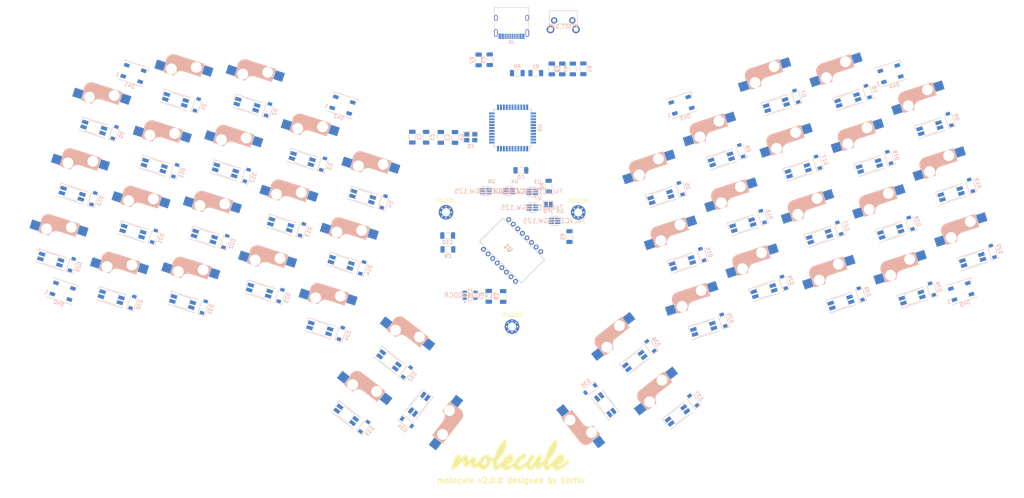
<source format=kicad_pcb>
(kicad_pcb (version 20171130) (host pcbnew "(5.1.7)-1")
  (layers (0 F.Cu signal) (31 B.Cu signal) (34 B.Paste user) (35 F.Paste user) (36 B.SilkS user) (37 F.SilkS user) (38 B.Mask user) (39 F.Mask user) (44 Edge.Cuts user))
  (net 0 "")
  (net 1 GND)
  (net 2 "Net-(C0-Pad1)")
  (net 3 VCC)
  (net 4 "Net-(C5-Pad2)")
  (net 5 "Net-(C6-Pad1)")
  (net 6 "Net-(C7-Pad2)")
  (net 7 "Net-(D0-Pad2)")
  (net 8 row0)
  (net 9 "Net-(D1-Pad2)")
  (net 10 "Net-(D2-Pad2)")
  (net 11 "Net-(D3-Pad2)")
  (net 12 "Net-(D4-Pad2)")
  (net 13 "Net-(D5-Pad2)")
  (net 14 "Net-(D6-Pad2)")
  (net 15 "Net-(D7-Pad2)")
  (net 16 "Net-(D8-Pad2)")
  (net 17 "Net-(D9-Pad2)")
  (net 18 "Net-(D10-Pad2)")
  (net 19 row1)
  (net 20 "Net-(D11-Pad2)")
  (net 21 "Net-(D12-Pad2)")
  (net 22 "Net-(D13-Pad2)")
  (net 23 "Net-(D14-Pad2)")
  (net 24 "Net-(D15-Pad2)")
  (net 25 "Net-(D16-Pad2)")
  (net 26 "Net-(D17-Pad2)")
  (net 27 "Net-(D18-Pad2)")
  (net 28 "Net-(D19-Pad2)")
  (net 29 "Net-(D20-Pad2)")
  (net 30 row2)
  (net 31 "Net-(D21-Pad2)")
  (net 32 "Net-(D22-Pad2)")
  (net 33 "Net-(D23-Pad2)")
  (net 34 "Net-(D24-Pad2)")
  (net 35 "Net-(D25-Pad2)")
  (net 36 "Net-(D26-Pad2)")
  (net 37 "Net-(D27-Pad2)")
  (net 38 "Net-(D28-Pad2)")
  (net 39 "Net-(D29-Pad2)")
  (net 40 "Net-(D30-Pad2)")
  (net 41 row3)
  (net 42 "Net-(D31-Pad2)")
  (net 43 "Net-(D32-Pad2)")
  (net 44 "Net-(D33-Pad2)")
  (net 45 "Net-(D34-Pad2)")
  (net 46 "Net-(D35-Pad2)")
  (net 47 "Net-(D36-Pad2)")
  (net 48 "Net-(D37-Pad2)")
  (net 49 "Net-(D38-Pad2)")
  (net 50 "Net-(D39-Pad2)")
  (net 51 "Net-(J0-PadB8)")
  (net 52 D-)
  (net 53 D+)
  (net 54 "Net-(J0-PadB5)")
  (net 55 "Net-(J0-PadA8)")
  (net 56 "Net-(J0-PadA5)")
  (net 57 MISO)
  (net 58 "Net-(JP0-Pad2)")
  (net 59 "Net-(LED0-Pad2)")
  (net 60 LED)
  (net 61 "Net-(LED1-Pad2)")
  (net 62 "Net-(LED3-Pad2)")
  (net 63 "Net-(LED5-Pad2)")
  (net 64 "Net-(LED7-Pad2)")
  (net 65 "Net-(LED10-Pad2)")
  (net 66 "Net-(LED12-Pad2)")
  (net 67 "Net-(LED13-Pad2)")
  (net 68 "Net-(LED14-Pad2)")
  (net 69 "Net-(LED15-Pad2)")
  (net 70 "Net-(LED16-Pad2)")
  (net 71 "Net-(LED17-Pad2)")
  (net 72 "Net-(LED18-Pad2)")
  (net 73 "Net-(LED19-Pad2)")
  (net 74 "Net-(LED20-Pad2)")
  (net 75 "Net-(LED22-Pad2)")
  (net 76 "Net-(LED24-Pad2)")
  (net 77 "Net-(LED26-Pad2)")
  (net 78 "Net-(LED28-Pad2)")
  (net 79 "Net-(LED30-Pad2)")
  (net 80 "Net-(LED32-Pad2)")
  (net 81 "Net-(LED34-Pad2)")
  (net 82 "Net-(LED36-Pad2)")
  (net 83 "Net-(LED38-Pad2)")
  (net 84 "Net-(R0-Pad1)")
  (net 85 "Net-(R1-Pad1)")
  (net 86 RESET)
  (net 87 "Net-(R5-Pad2)")
  (net 88 "Net-(R7-Pad2)")
  (net 89 col0)
  (net 90 col1)
  (net 91 col2)
  (net 92 col3)
  (net 93 col4)
  (net 94 col5)
  (net 95 col6)
  (net 96 col7)
  (net 97 col8)
  (net 98 col9)
  (net 99 "Net-(U0-Pad42)")
  (net 100 "Net-(U0-Pad36)")
  (net 101 "Net-(U0-Pad32)")
  (net 102 "Net-(U0-Pad31)")
  (net 103 MOT-H)
  (net 104 MISO-H)
  (net 105 MOSI-H)
  (net 106 SCLK-H)
  (net 107 SS-H)
  (net 108 "Net-(U0-Pad1)")
  (net 109 "Net-(U1-Pad16)")
  (net 110 "Net-(U1-Pad14)")
  (net 111 SS)
  (net 112 MOSI)
  (net 113 SCLK)
  (net 114 MOTION)
  (net 115 "Net-(U1-Pad7)")
  (net 116 "Net-(U1-Pad6)")
  (net 117 "Net-(U1-Pad2)")
  (net 118 "Net-(U1-Pad1)")
  (net 119 "Net-(U2-Pad4)")
  (net 120 "Net-(D40-Pad2)")
  (net 121 "Net-(D40-Pad4)")
  (net 122 "Net-(D41-Pad4)")
  (net 123 "Net-(D42-Pad4)")
  (net 124 "Net-(D43-Pad4)")
  (net 125 "Net-(D44-Pad4)")
  (net 126 "Net-(LED1-Pad4)")
  (net 127 "Net-(LED12-Pad4)")
  (net 128 "Net-(LED14-Pad4)")
  (net 129 "Net-(LED16-Pad4)")
  (net 130 "Net-(LED18-Pad4)")
  (net 131 "Net-(LED9-Pad2)")
  (net 132 "Net-(LED11-Pad4)")
  (net 133 "Net-(LED13-Pad4)")
  (net 134 "Net-(LED15-Pad4)")
  (net 135 "Net-(LED17-Pad4)")
  (net 136 "Net-(LED19-Pad4)")
  (net 137 "Net-(LED21-Pad4)")
  (net 138 "Net-(LED23-Pad4)")
  (net 139 "Net-(LED25-Pad4)")
  (net 140 "Net-(LED27-Pad4)")
  (net 141 "Net-(LED29-Pad4)")
  (net 142 "Net-(U0-Pad30)")
  (module kbd:YS-SK6812MINI-E (layer B.Cu) (at 315.3283 117.5512 18)
    (fp_text reference LED18 (at 0.2 -11.2 18) (layer B.SilkS) (effects (justify mirror)))
    (fp_text value YS-SK6812MINI-E)
    (fp_line (start 1.8 1.55) (end -1.8 1.55) (layer Edge.Cuts) (width 0.12))
    (fp_line (start 1.8 -1.55) (end 1.8 1.55) (layer Edge.Cuts) (width 0.12))
    (fp_line (start -1.8 -1.55) (end 1.8 -1.55) (layer Edge.Cuts) (width 0.12))
    (fp_line (start -1.8 1.55) (end -1.8 -1.55) (layer Edge.Cuts) (width 0.12))
    (pad 2 smd rect (at 2.75 -0.7 18) (size 1.7 1) (layers B.Cu B.Paste B.Mask) (net 72 "Net-(LED18-Pad2)"))
    (pad 1 smd rect (at 2.75 0.7 18) (size 1.7 1) (layers B.Cu B.Paste B.Mask) (net 3 VCC))
    (pad 3 smd rect (at -2.75 -0.7 18) (size 1.7 1) (layers B.Cu B.Paste B.Mask) (net 1 GND))
    (pad 4 smd rect (at -2.75 0.7 18) (size 1.7 1) (layers B.Cu B.Paste B.Mask) (net 130 "Net-(LED18-Pad4)"))
  )
  (module kbd:YS-SK6812MINI-E (layer B.Cu) (at 138.3157 118.7577 342)
    (fp_text reference LED12 (at 0.2 -11.2 162) (layer B.SilkS) (effects (justify mirror)))
    (fp_text value YS-SK6812MINI-E)
    (fp_line (start 1.8 1.55) (end -1.8 1.55) (layer Edge.Cuts) (width 0.12))
    (fp_line (start 1.8 -1.55) (end 1.8 1.55) (layer Edge.Cuts) (width 0.12))
    (fp_line (start -1.8 -1.55) (end 1.8 -1.55) (layer Edge.Cuts) (width 0.12))
    (fp_line (start -1.8 1.55) (end -1.8 -1.55) (layer Edge.Cuts) (width 0.12))
    (pad 2 smd rect (at 2.75 -0.7 342) (size 1.7 1) (layers B.Cu B.Paste B.Mask) (net 66 "Net-(LED12-Pad2)"))
    (pad 1 smd rect (at 2.75 0.7 342) (size 1.7 1) (layers B.Cu B.Paste B.Mask) (net 3 VCC))
    (pad 3 smd rect (at -2.75 -0.7 342) (size 1.7 1) (layers B.Cu B.Paste B.Mask) (net 1 GND))
    (pad 4 smd rect (at -2.75 0.7 342) (size 1.7 1) (layers B.Cu B.Paste B.Mask) (net 127 "Net-(LED12-Pad4)"))
  )
  (module kbd:YS-SK6812MINI-E (layer B.Cu) (at 153.4541 133.7056 342)
    (fp_text reference LED13 (at 0.2 -11.2 162) (layer B.SilkS) (effects (justify mirror)))
    (fp_text value YS-SK6812MINI-E)
    (fp_line (start 1.8 1.55) (end -1.8 1.55) (layer Edge.Cuts) (width 0.12))
    (fp_line (start 1.8 -1.55) (end 1.8 1.55) (layer Edge.Cuts) (width 0.12))
    (fp_line (start -1.8 -1.55) (end 1.8 -1.55) (layer Edge.Cuts) (width 0.12))
    (fp_line (start -1.8 1.55) (end -1.8 -1.55) (layer Edge.Cuts) (width 0.12))
    (pad 2 smd rect (at 2.75 -0.7 342) (size 1.7 1) (layers B.Cu B.Paste B.Mask) (net 67 "Net-(LED13-Pad2)"))
    (pad 1 smd rect (at 2.75 0.7 342) (size 1.7 1) (layers B.Cu B.Paste B.Mask) (net 3 VCC))
    (pad 3 smd rect (at -2.75 -0.7 342) (size 1.7 1) (layers B.Cu B.Paste B.Mask) (net 1 GND))
    (pad 4 smd rect (at -2.75 0.7 342) (size 1.7 1) (layers B.Cu B.Paste B.Mask) (net 133 "Net-(LED13-Pad4)"))
  )
  (module kbd:YS-SK6812MINI-E (layer B.Cu) (at 118.7069 117.475 342)
    (fp_text reference LED11 (at 0.2 -11.2 162) (layer B.SilkS) (effects (justify mirror)))
    (fp_text value YS-SK6812MINI-E)
    (fp_line (start 1.8 1.55) (end -1.8 1.55) (layer Edge.Cuts) (width 0.12))
    (fp_line (start 1.8 -1.55) (end 1.8 1.55) (layer Edge.Cuts) (width 0.12))
    (fp_line (start -1.8 -1.55) (end 1.8 -1.55) (layer Edge.Cuts) (width 0.12))
    (fp_line (start -1.8 1.55) (end -1.8 -1.55) (layer Edge.Cuts) (width 0.12))
    (pad 2 smd rect (at 2.75 -0.7 342) (size 1.7 1) (layers B.Cu B.Paste B.Mask) (net 126 "Net-(LED1-Pad4)"))
    (pad 1 smd rect (at 2.75 0.7 342) (size 1.7 1) (layers B.Cu B.Paste B.Mask) (net 3 VCC))
    (pad 3 smd rect (at -2.75 -0.7 342) (size 1.7 1) (layers B.Cu B.Paste B.Mask) (net 1 GND))
    (pad 4 smd rect (at -2.75 0.7 342) (size 1.7 1) (layers B.Cu B.Paste B.Mask) (net 132 "Net-(LED11-Pad4)"))
  )
  (module kbd:YS-SK6812MINI-E (layer B.Cu) (at 280.5557 133.8199 18)
    (fp_text reference LED16 (at 0.2 -11.2 18) (layer B.SilkS) (effects (justify mirror)))
    (fp_text value YS-SK6812MINI-E)
    (fp_line (start 1.8 1.55) (end -1.8 1.55) (layer Edge.Cuts) (width 0.12))
    (fp_line (start 1.8 -1.55) (end 1.8 1.55) (layer Edge.Cuts) (width 0.12))
    (fp_line (start -1.8 -1.55) (end 1.8 -1.55) (layer Edge.Cuts) (width 0.12))
    (fp_line (start -1.8 1.55) (end -1.8 -1.55) (layer Edge.Cuts) (width 0.12))
    (pad 2 smd rect (at 2.75 -0.7 18) (size 1.7 1) (layers B.Cu B.Paste B.Mask) (net 70 "Net-(LED16-Pad2)"))
    (pad 1 smd rect (at 2.75 0.7 18) (size 1.7 1) (layers B.Cu B.Paste B.Mask) (net 3 VCC))
    (pad 3 smd rect (at -2.75 -0.7 18) (size 1.7 1) (layers B.Cu B.Paste B.Mask) (net 1 GND))
    (pad 4 smd rect (at -2.75 0.7 18) (size 1.7 1) (layers B.Cu B.Paste B.Mask) (net 129 "Net-(LED16-Pad4)"))
  )
  (module kbd:YS-SK6812MINI-E (layer B.Cu) (at 170.1165 144.145 342)
    (fp_text reference LED14 (at 0.2 -11.2 162) (layer B.SilkS) (effects (justify mirror)))
    (fp_text value YS-SK6812MINI-E)
    (fp_line (start 1.8 1.55) (end -1.8 1.55) (layer Edge.Cuts) (width 0.12))
    (fp_line (start 1.8 -1.55) (end 1.8 1.55) (layer Edge.Cuts) (width 0.12))
    (fp_line (start -1.8 -1.55) (end 1.8 -1.55) (layer Edge.Cuts) (width 0.12))
    (fp_line (start -1.8 1.55) (end -1.8 -1.55) (layer Edge.Cuts) (width 0.12))
    (pad 2 smd rect (at 2.75 -0.7 342) (size 1.7 1) (layers B.Cu B.Paste B.Mask) (net 68 "Net-(LED14-Pad2)"))
    (pad 1 smd rect (at 2.75 0.7 342) (size 1.7 1) (layers B.Cu B.Paste B.Mask) (net 3 VCC))
    (pad 3 smd rect (at -2.75 -0.7 342) (size 1.7 1) (layers B.Cu B.Paste B.Mask) (net 1 GND))
    (pad 4 smd rect (at -2.75 0.7 342) (size 1.7 1) (layers B.Cu B.Paste B.Mask) (net 128 "Net-(LED14-Pad4)"))
  )
  (module kbd:YS-SK6812MINI-E (layer B.Cu) (at 331.9399 107.1245 18)
    (fp_text reference LED9 (at 0.2 -11.2 18) (layer B.SilkS) (effects (justify mirror)))
    (fp_text value YS-SK6812MINI-E)
    (fp_line (start 1.8 1.55) (end -1.8 1.55) (layer Edge.Cuts) (width 0.12))
    (fp_line (start 1.8 -1.55) (end 1.8 1.55) (layer Edge.Cuts) (width 0.12))
    (fp_line (start -1.8 -1.55) (end 1.8 -1.55) (layer Edge.Cuts) (width 0.12))
    (fp_line (start -1.8 1.55) (end -1.8 -1.55) (layer Edge.Cuts) (width 0.12))
    (pad 2 smd rect (at 2.75 -0.7 18) (size 1.7 1) (layers B.Cu B.Paste B.Mask) (net 131 "Net-(LED9-Pad2)"))
    (pad 1 smd rect (at 2.75 0.7 18) (size 1.7 1) (layers B.Cu B.Paste B.Mask) (net 3 VCC))
    (pad 3 smd rect (at -2.75 -0.7 18) (size 1.7 1) (layers B.Cu B.Paste B.Mask) (net 1 GND))
    (pad 4 smd rect (at -2.75 0.7 18) (size 1.7 1) (layers B.Cu B.Paste B.Mask) (net 73 "Net-(LED19-Pad2)"))
  )
  (module kbd:YS-SK6812MINI-E (layer B.Cu) (at 295.7576 118.8339 18)
    (fp_text reference LED17 (at 0.2 -11.2 18) (layer B.SilkS) (effects (justify mirror)))
    (fp_text value YS-SK6812MINI-E)
    (fp_line (start 1.8 1.55) (end -1.8 1.55) (layer Edge.Cuts) (width 0.12))
    (fp_line (start 1.8 -1.55) (end 1.8 1.55) (layer Edge.Cuts) (width 0.12))
    (fp_line (start -1.8 -1.55) (end 1.8 -1.55) (layer Edge.Cuts) (width 0.12))
    (fp_line (start -1.8 1.55) (end -1.8 -1.55) (layer Edge.Cuts) (width 0.12))
    (pad 2 smd rect (at 2.75 -0.7 18) (size 1.7 1) (layers B.Cu B.Paste B.Mask) (net 71 "Net-(LED17-Pad2)"))
    (pad 1 smd rect (at 2.75 0.7 18) (size 1.7 1) (layers B.Cu B.Paste B.Mask) (net 3 VCC))
    (pad 3 smd rect (at -2.75 -0.7 18) (size 1.7 1) (layers B.Cu B.Paste B.Mask) (net 1 GND))
    (pad 4 smd rect (at -2.75 0.7 18) (size 1.7 1) (layers B.Cu B.Paste B.Mask) (net 135 "Net-(LED17-Pad4)"))
  )
  (module kbd:YS-SK6812MINI-E (layer B.Cu) (at 147.6502 151.8285 342)
    (fp_text reference LED23 (at 0.2 -11.2 162) (layer B.SilkS) (effects (justify mirror)))
    (fp_text value YS-SK6812MINI-E)
    (fp_line (start 1.8 1.55) (end -1.8 1.55) (layer Edge.Cuts) (width 0.12))
    (fp_line (start 1.8 -1.55) (end 1.8 1.55) (layer Edge.Cuts) (width 0.12))
    (fp_line (start -1.8 -1.55) (end 1.8 -1.55) (layer Edge.Cuts) (width 0.12))
    (fp_line (start -1.8 1.55) (end -1.8 -1.55) (layer Edge.Cuts) (width 0.12))
    (pad 2 smd rect (at 2.75 -0.7 342) (size 1.7 1) (layers B.Cu B.Paste B.Mask) (net 133 "Net-(LED13-Pad4)"))
    (pad 1 smd rect (at 2.75 0.7 342) (size 1.7 1) (layers B.Cu B.Paste B.Mask) (net 3 VCC))
    (pad 3 smd rect (at -2.75 -0.7 342) (size 1.7 1) (layers B.Cu B.Paste B.Mask) (net 1 GND))
    (pad 4 smd rect (at -2.75 0.7 342) (size 1.7 1) (layers B.Cu B.Paste B.Mask) (net 138 "Net-(LED23-Pad4)"))
  )
  (module kbd:YS-SK6812MINI-E (layer B.Cu) (at 96.163194 125.162736 342)
    (fp_text reference LED10 (at 0.2 -11.2 162) (layer B.SilkS) (effects (justify mirror)))
    (fp_text value YS-SK6812MINI-E)
    (fp_line (start 1.8 1.55) (end -1.8 1.55) (layer Edge.Cuts) (width 0.12))
    (fp_line (start 1.8 -1.55) (end 1.8 1.55) (layer Edge.Cuts) (width 0.12))
    (fp_line (start -1.8 -1.55) (end 1.8 -1.55) (layer Edge.Cuts) (width 0.12))
    (fp_line (start -1.8 1.55) (end -1.8 -1.55) (layer Edge.Cuts) (width 0.12))
    (pad 2 smd rect (at 2.75 -0.7 342) (size 1.7 1) (layers B.Cu B.Paste B.Mask) (net 65 "Net-(LED10-Pad2)"))
    (pad 1 smd rect (at 2.75 0.7 342) (size 1.7 1) (layers B.Cu B.Paste B.Mask) (net 3 VCC))
    (pad 3 smd rect (at -2.75 -0.7 342) (size 1.7 1) (layers B.Cu B.Paste B.Mask) (net 1 GND))
    (pad 4 smd rect (at -2.75 0.7 342) (size 1.7 1) (layers B.Cu B.Paste B.Mask) (net 59 "Net-(LED0-Pad2)"))
  )
  (module kbd:YS-SK6812MINI-E (layer B.Cu) (at 269.7607 162.339864 18)
    (fp_text reference LED25 (at 0.2 -11.2 18) (layer B.SilkS) (effects (justify mirror)))
    (fp_text value YS-SK6812MINI-E)
    (fp_line (start 1.8 1.55) (end -1.8 1.55) (layer Edge.Cuts) (width 0.12))
    (fp_line (start 1.8 -1.55) (end 1.8 1.55) (layer Edge.Cuts) (width 0.12))
    (fp_line (start -1.8 -1.55) (end 1.8 -1.55) (layer Edge.Cuts) (width 0.12))
    (fp_line (start -1.8 1.55) (end -1.8 -1.55) (layer Edge.Cuts) (width 0.12))
    (pad 2 smd rect (at 2.75 -0.7 18) (size 1.7 1) (layers B.Cu B.Paste B.Mask) (net 134 "Net-(LED15-Pad4)"))
    (pad 1 smd rect (at 2.75 0.7 18) (size 1.7 1) (layers B.Cu B.Paste B.Mask) (net 3 VCC))
    (pad 3 smd rect (at -2.75 -0.7 18) (size 1.7 1) (layers B.Cu B.Paste B.Mask) (net 1 GND))
    (pad 4 smd rect (at -2.75 0.7 18) (size 1.7 1) (layers B.Cu B.Paste B.Mask) (net 139 "Net-(LED25-Pad4)"))
  )
  (module kbd:YS-SK6812MINI-E (layer B.Cu) (at 164.2618 162.2298 342)
    (fp_text reference LED24 (at 0.2 -11.2 162) (layer B.SilkS) (effects (justify mirror)))
    (fp_text value YS-SK6812MINI-E)
    (fp_line (start 1.8 1.55) (end -1.8 1.55) (layer Edge.Cuts) (width 0.12))
    (fp_line (start 1.8 -1.55) (end 1.8 1.55) (layer Edge.Cuts) (width 0.12))
    (fp_line (start -1.8 -1.55) (end 1.8 -1.55) (layer Edge.Cuts) (width 0.12))
    (fp_line (start -1.8 1.55) (end -1.8 -1.55) (layer Edge.Cuts) (width 0.12))
    (pad 2 smd rect (at 2.75 -0.7 342) (size 1.7 1) (layers B.Cu B.Paste B.Mask) (net 76 "Net-(LED24-Pad2)"))
    (pad 1 smd rect (at 2.75 0.7 342) (size 1.7 1) (layers B.Cu B.Paste B.Mask) (net 3 VCC))
    (pad 3 smd rect (at -2.75 -0.7 342) (size 1.7 1) (layers B.Cu B.Paste B.Mask) (net 1 GND))
    (pad 4 smd rect (at -2.75 0.7 342) (size 1.7 1) (layers B.Cu B.Paste B.Mask) (net 68 "Net-(LED14-Pad2)"))
  )
  (module kbd:YS-SK6812MINI-E (layer B.Cu) (at 90.2589 143.2814 342)
    (fp_text reference LED20 (at 0.2 -11.2 162) (layer B.SilkS) (effects (justify mirror)))
    (fp_text value YS-SK6812MINI-E)
    (fp_line (start -1.8 1.55) (end -1.8 -1.55) (layer Edge.Cuts) (width 0.12))
    (fp_line (start -1.8 -1.55) (end 1.8 -1.55) (layer Edge.Cuts) (width 0.12))
    (fp_line (start 1.8 -1.55) (end 1.8 1.55) (layer Edge.Cuts) (width 0.12))
    (fp_line (start 1.8 1.55) (end -1.8 1.55) (layer Edge.Cuts) (width 0.12))
    (pad 4 smd rect (at -2.75 0.7 342) (size 1.7 1) (layers B.Cu B.Paste B.Mask) (net 65 "Net-(LED10-Pad2)"))
    (pad 3 smd rect (at -2.75 -0.7 342) (size 1.7 1) (layers B.Cu B.Paste B.Mask) (net 1 GND))
    (pad 1 smd rect (at 2.75 0.7 342) (size 1.7 1) (layers B.Cu B.Paste B.Mask) (net 3 VCC))
    (pad 2 smd rect (at 2.75 -0.7 342) (size 1.7 1) (layers B.Cu B.Paste B.Mask) (net 74 "Net-(LED20-Pad2)"))
  )
  (module kbd:YS-SK6812MINI-E (layer B.Cu) (at 309.4101 99.4029 18)
    (fp_text reference LED8 (at 0.2 -11.2 18) (layer B.SilkS) (effects (justify mirror)))
    (fp_text value YS-SK6812MINI-E)
    (fp_line (start 1.8 1.55) (end -1.8 1.55) (layer Edge.Cuts) (width 0.12))
    (fp_line (start 1.8 -1.55) (end 1.8 1.55) (layer Edge.Cuts) (width 0.12))
    (fp_line (start -1.8 -1.55) (end 1.8 -1.55) (layer Edge.Cuts) (width 0.12))
    (fp_line (start -1.8 1.55) (end -1.8 -1.55) (layer Edge.Cuts) (width 0.12))
    (pad 2 smd rect (at 2.75 -0.7 18) (size 1.7 1) (layers B.Cu B.Paste B.Mask) (net 130 "Net-(LED18-Pad4)"))
    (pad 1 smd rect (at 2.75 0.7 18) (size 1.7 1) (layers B.Cu B.Paste B.Mask) (net 3 VCC))
    (pad 3 smd rect (at -2.75 -0.7 18) (size 1.7 1) (layers B.Cu B.Paste B.Mask) (net 1 GND))
    (pad 4 smd rect (at -2.75 0.7 18) (size 1.7 1) (layers B.Cu B.Paste B.Mask) (net 64 "Net-(LED7-Pad2)"))
  )
  (module kbd:YS-SK6812MINI-E (layer B.Cu) (at 132.4864 136.9568 342)
    (fp_text reference LED22 (at -0.036147 -9.522704 342) (layer B.SilkS) (effects (justify mirror)))
    (fp_text value YS-SK6812MINI-E)
    (fp_line (start 1.8 1.55) (end -1.8 1.55) (layer Edge.Cuts) (width 0.12))
    (fp_line (start 1.8 -1.55) (end 1.8 1.55) (layer Edge.Cuts) (width 0.12))
    (fp_line (start -1.8 -1.55) (end 1.8 -1.55) (layer Edge.Cuts) (width 0.12))
    (fp_line (start -1.8 1.55) (end -1.8 -1.55) (layer Edge.Cuts) (width 0.12))
    (pad 2 smd rect (at 2.75 -0.7 342) (size 1.7 1) (layers B.Cu B.Paste B.Mask) (net 75 "Net-(LED22-Pad2)"))
    (pad 1 smd rect (at 2.75 0.7 342) (size 1.7 1) (layers B.Cu B.Paste B.Mask) (net 3 VCC))
    (pad 3 smd rect (at -2.75 -0.7 342) (size 1.7 1) (layers B.Cu B.Paste B.Mask) (net 1 GND))
    (pad 4 smd rect (at -2.75 0.7 342) (size 1.7 1) (layers B.Cu B.Paste B.Mask) (net 66 "Net-(LED12-Pad2)"))
  )
  (module kbd:YS-SK6812MINI-E (layer B.Cu) (at 112.8522 135.5725 342)
    (fp_text reference LED21 (at 0.2 -11.2 162) (layer B.SilkS) (effects (justify mirror)))
    (fp_text value YS-SK6812MINI-E)
    (fp_line (start -1.8 1.55) (end -1.8 -1.55) (layer Edge.Cuts) (width 0.12))
    (fp_line (start -1.8 -1.55) (end 1.8 -1.55) (layer Edge.Cuts) (width 0.12))
    (fp_line (start 1.8 -1.55) (end 1.8 1.55) (layer Edge.Cuts) (width 0.12))
    (fp_line (start 1.8 1.55) (end -1.8 1.55) (layer Edge.Cuts) (width 0.12))
    (pad 4 smd rect (at -2.75 0.7 342) (size 1.7 1) (layers B.Cu B.Paste B.Mask) (net 137 "Net-(LED21-Pad4)"))
    (pad 3 smd rect (at -2.75 -0.7 342) (size 1.7 1) (layers B.Cu B.Paste B.Mask) (net 1 GND))
    (pad 1 smd rect (at 2.75 0.7 342) (size 1.7 1) (layers B.Cu B.Paste B.Mask) (net 3 VCC))
    (pad 2 smd rect (at 2.75 -0.7 342) (size 1.7 1) (layers B.Cu B.Paste B.Mask) (net 132 "Net-(LED11-Pad4)"))
  )
  (module kbd:YS-SK6812MINI-E (layer B.Cu) (at 263.9314 144.2593 18)
    (fp_text reference LED15 (at 0.2 -11.2 18) (layer B.SilkS) (effects (justify mirror)))
    (fp_text value YS-SK6812MINI-E)
    (fp_line (start 1.8 1.55) (end -1.8 1.55) (layer Edge.Cuts) (width 0.12))
    (fp_line (start 1.8 -1.55) (end 1.8 1.55) (layer Edge.Cuts) (width 0.12))
    (fp_line (start -1.8 -1.55) (end 1.8 -1.55) (layer Edge.Cuts) (width 0.12))
    (fp_line (start -1.8 1.55) (end -1.8 -1.55) (layer Edge.Cuts) (width 0.12))
    (pad 2 smd rect (at 2.75 -0.7 18) (size 1.7 1) (layers B.Cu B.Paste B.Mask) (net 69 "Net-(LED15-Pad2)"))
    (pad 1 smd rect (at 2.75 0.7 18) (size 1.7 1) (layers B.Cu B.Paste B.Mask) (net 3 VCC))
    (pad 3 smd rect (at -2.75 -0.7 18) (size 1.7 1) (layers B.Cu B.Paste B.Mask) (net 1 GND))
    (pad 4 smd rect (at -2.75 0.7 18) (size 1.7 1) (layers B.Cu B.Paste B.Mask) (net 134 "Net-(LED15-Pad4)"))
  )
  (module kbd:YS-SK6812MINI-E (layer B.Cu) (at 337.7946 125.2601 18)
    (fp_text reference LED19 (at 0.2 -11.2 18) (layer B.SilkS) (effects (justify mirror)))
    (fp_text value YS-SK6812MINI-E)
    (fp_line (start 1.8 1.55) (end -1.8 1.55) (layer Edge.Cuts) (width 0.12))
    (fp_line (start 1.8 -1.55) (end 1.8 1.55) (layer Edge.Cuts) (width 0.12))
    (fp_line (start -1.8 -1.55) (end 1.8 -1.55) (layer Edge.Cuts) (width 0.12))
    (fp_line (start -1.8 1.55) (end -1.8 -1.55) (layer Edge.Cuts) (width 0.12))
    (pad 2 smd rect (at 2.75 -0.7 18) (size 1.7 1) (layers B.Cu B.Paste B.Mask) (net 73 "Net-(LED19-Pad2)"))
    (pad 1 smd rect (at 2.75 0.7 18) (size 1.7 1) (layers B.Cu B.Paste B.Mask) (net 3 VCC))
    (pad 3 smd rect (at -2.75 -0.7 18) (size 1.7 1) (layers B.Cu B.Paste B.Mask) (net 1 GND))
    (pad 4 smd rect (at -2.75 0.7 18) (size 1.7 1) (layers B.Cu B.Paste B.Mask) (net 136 "Net-(LED19-Pad4)"))
  )
  (module kbd:YS-SK6812MINI-E (layer B.Cu) (at 262.5598 186.1693 38)
    (fp_text reference LED37 (at 0.2 -11.2 38) (layer B.SilkS) (effects (justify mirror)))
    (fp_text value YS-SK6812MINI-E)
    (fp_line (start 1.8 1.55) (end -1.8 1.55) (layer Edge.Cuts) (width 0.12))
    (fp_line (start 1.8 -1.55) (end 1.8 1.55) (layer Edge.Cuts) (width 0.12))
    (fp_line (start -1.8 -1.55) (end 1.8 -1.55) (layer Edge.Cuts) (width 0.12))
    (fp_line (start -1.8 1.55) (end -1.8 -1.55) (layer Edge.Cuts) (width 0.12))
    (pad 2 smd rect (at 2.75 -0.7 38) (size 1.7 1) (layers B.Cu B.Paste B.Mask) (net 140 "Net-(LED27-Pad4)"))
    (pad 1 smd rect (at 2.75 0.7 38) (size 1.7 1) (layers B.Cu B.Paste B.Mask) (net 3 VCC))
    (pad 3 smd rect (at -2.75 -0.7 38) (size 1.7 1) (layers B.Cu B.Paste B.Mask) (net 1 GND))
    (pad 4 smd rect (at -2.75 0.7 38) (size 1.7 1) (layers B.Cu B.Paste B.Mask) (net 82 "Net-(LED36-Pad2)"))
  )
  (module kbd:YS-SK6812MINI-E (layer B.Cu) (at 126.5301 154.9527 342)
    (fp_text reference LED31 (at 0.2 -11.2 162) (layer B.SilkS) (effects (justify mirror)))
    (fp_text value YS-SK6812MINI-E)
    (fp_line (start 1.8 1.55) (end -1.8 1.55) (layer Edge.Cuts) (width 0.12))
    (fp_line (start 1.8 -1.55) (end 1.8 1.55) (layer Edge.Cuts) (width 0.12))
    (fp_line (start -1.8 -1.55) (end 1.8 -1.55) (layer Edge.Cuts) (width 0.12))
    (fp_line (start -1.8 1.55) (end -1.8 -1.55) (layer Edge.Cuts) (width 0.12))
    (pad 2 smd rect (at 2.75 -0.7 342) (size 1.7 1) (layers B.Cu B.Paste B.Mask) (net 137 "Net-(LED21-Pad4)"))
    (pad 1 smd rect (at 2.75 0.7 342) (size 1.7 1) (layers B.Cu B.Paste B.Mask) (net 3 VCC))
    (pad 3 smd rect (at -2.75 -0.7 342) (size 1.7 1) (layers B.Cu B.Paste B.Mask) (net 1 GND))
    (pad 4 smd rect (at -2.75 0.7 342) (size 1.7 1) (layers B.Cu B.Paste B.Mask) (net 79 "Net-(LED30-Pad2)"))
  )
  (module kbd:YS-SK6812MINI-E (layer B.Cu) (at 171.5008 186.0169 322)
    (fp_text reference LED33 (at 0.2 -11.2 142) (layer B.SilkS) (effects (justify mirror)))
    (fp_text value YS-SK6812MINI-E)
    (fp_line (start 1.8 1.55) (end -1.8 1.55) (layer Edge.Cuts) (width 0.12))
    (fp_line (start 1.8 -1.55) (end 1.8 1.55) (layer Edge.Cuts) (width 0.12))
    (fp_line (start -1.8 -1.55) (end 1.8 -1.55) (layer Edge.Cuts) (width 0.12))
    (fp_line (start -1.8 1.55) (end -1.8 -1.55) (layer Edge.Cuts) (width 0.12))
    (pad 2 smd rect (at 2.75 -0.7 322) (size 1.7 1) (layers B.Cu B.Paste B.Mask) (net 138 "Net-(LED23-Pad4)"))
    (pad 1 smd rect (at 2.75 0.7 322) (size 1.7 1) (layers B.Cu B.Paste B.Mask) (net 3 VCC))
    (pad 3 smd rect (at -2.75 -0.7 322) (size 1.7 1) (layers B.Cu B.Paste B.Mask) (net 1 GND))
    (pad 4 smd rect (at -2.75 0.7 322) (size 1.7 1) (layers B.Cu B.Paste B.Mask) (net 80 "Net-(LED32-Pad2)"))
  )
  (module kbd:YS-SK6812MINI-E (layer B.Cu) (at 307.5051 155.0924 18)
    (fp_text reference LED38 (at 0.2 -11.2 18) (layer B.SilkS) (effects (justify mirror)))
    (fp_text value YS-SK6812MINI-E)
    (fp_line (start 1.8 1.55) (end -1.8 1.55) (layer Edge.Cuts) (width 0.12))
    (fp_line (start 1.8 -1.55) (end 1.8 1.55) (layer Edge.Cuts) (width 0.12))
    (fp_line (start -1.8 -1.55) (end 1.8 -1.55) (layer Edge.Cuts) (width 0.12))
    (fp_line (start -1.8 1.55) (end -1.8 -1.55) (layer Edge.Cuts) (width 0.12))
    (pad 2 smd rect (at 2.75 -0.7 18) (size 1.7 1) (layers B.Cu B.Paste B.Mask) (net 83 "Net-(LED38-Pad2)"))
    (pad 1 smd rect (at 2.75 0.7 18) (size 1.7 1) (layers B.Cu B.Paste B.Mask) (net 3 VCC))
    (pad 3 smd rect (at -2.75 -0.7 18) (size 1.7 1) (layers B.Cu B.Paste B.Mask) (net 1 GND))
    (pad 4 smd rect (at -2.75 0.7 18) (size 1.7 1) (layers B.Cu B.Paste B.Mask) (net 78 "Net-(LED28-Pad2)"))
  )
  (module kbd:YS-SK6812MINI-E (layer B.Cu) (at 242.7224 183.2356 128)
    (fp_text reference LED35 (at 0.2 -11.2 128) (layer B.SilkS) (effects (justify mirror)))
    (fp_text value YS-SK6812MINI-E)
    (fp_line (start 1.8 1.55) (end -1.8 1.55) (layer Edge.Cuts) (width 0.12))
    (fp_line (start 1.8 -1.55) (end 1.8 1.55) (layer Edge.Cuts) (width 0.12))
    (fp_line (start -1.8 -1.55) (end 1.8 -1.55) (layer Edge.Cuts) (width 0.12))
    (fp_line (start -1.8 1.55) (end -1.8 -1.55) (layer Edge.Cuts) (width 0.12))
    (pad 2 smd rect (at 2.75 -0.7 128) (size 1.7 1) (layers B.Cu B.Paste B.Mask) (net 139 "Net-(LED25-Pad4)"))
    (pad 1 smd rect (at 2.75 0.7 128) (size 1.7 1) (layers B.Cu B.Paste B.Mask) (net 3 VCC))
    (pad 3 smd rect (at -2.75 -0.7 128) (size 1.7 1) (layers B.Cu B.Paste B.Mask) (net 1 GND))
    (pad 4 smd rect (at -2.75 0.7 128) (size 1.7 1) (layers B.Cu B.Paste B.Mask) (net 81 "Net-(LED34-Pad2)"))
  )
  (module kbd:YS-SK6812MINI-E (layer B.Cu) (at 106.8959 153.6446 342)
    (fp_text reference LED30 (at 0.2 -11.2 162) (layer B.SilkS) (effects (justify mirror)))
    (fp_text value YS-SK6812MINI-E)
    (fp_line (start 1.8 1.55) (end -1.8 1.55) (layer Edge.Cuts) (width 0.12))
    (fp_line (start 1.8 -1.55) (end 1.8 1.55) (layer Edge.Cuts) (width 0.12))
    (fp_line (start -1.8 -1.55) (end 1.8 -1.55) (layer Edge.Cuts) (width 0.12))
    (fp_line (start -1.8 1.55) (end -1.8 -1.55) (layer Edge.Cuts) (width 0.12))
    (pad 2 smd rect (at 2.75 -0.7 342) (size 1.7 1) (layers B.Cu B.Paste B.Mask) (net 79 "Net-(LED30-Pad2)"))
    (pad 1 smd rect (at 2.75 0.7 342) (size 1.7 1) (layers B.Cu B.Paste B.Mask) (net 3 VCC))
    (pad 3 smd rect (at -2.75 -0.7 342) (size 1.7 1) (layers B.Cu B.Paste B.Mask) (net 1 GND))
    (pad 4 smd rect (at -2.75 0.7 342) (size 1.7 1) (layers B.Cu B.Paste B.Mask) (net 74 "Net-(LED20-Pad2)"))
  )
  (module kbd:YS-SK6812MINI-E (layer B.Cu) (at 250.825 171.2087 38)
    (fp_text reference LED36 (at 0.2 -11.2 38) (layer B.SilkS) (effects (justify mirror)))
    (fp_text value YS-SK6812MINI-E)
    (fp_line (start 1.8 1.55) (end -1.8 1.55) (layer Edge.Cuts) (width 0.12))
    (fp_line (start 1.8 -1.55) (end 1.8 1.55) (layer Edge.Cuts) (width 0.12))
    (fp_line (start -1.8 -1.55) (end 1.8 -1.55) (layer Edge.Cuts) (width 0.12))
    (fp_line (start -1.8 1.55) (end -1.8 -1.55) (layer Edge.Cuts) (width 0.12))
    (pad 2 smd rect (at 2.75 -0.7 38) (size 1.7 1) (layers B.Cu B.Paste B.Mask) (net 82 "Net-(LED36-Pad2)"))
    (pad 1 smd rect (at 2.75 0.7 38) (size 1.7 1) (layers B.Cu B.Paste B.Mask) (net 3 VCC))
    (pad 3 smd rect (at -2.75 -0.7 38) (size 1.7 1) (layers B.Cu B.Paste B.Mask) (net 1 GND))
    (pad 4 smd rect (at -2.75 0.7 38) (size 1.7 1) (layers B.Cu B.Paste B.Mask) (net 77 "Net-(LED26-Pad2)"))
  )
  (module kbd:YS-SK6812MINI-E (layer B.Cu) (at 321.2084 135.6741 18)
    (fp_text reference LED28 (at 0.2 -11.2 18) (layer B.SilkS) (effects (justify mirror)))
    (fp_text value YS-SK6812MINI-E)
    (fp_line (start 1.8 1.55) (end -1.8 1.55) (layer Edge.Cuts) (width 0.12))
    (fp_line (start 1.8 -1.55) (end 1.8 1.55) (layer Edge.Cuts) (width 0.12))
    (fp_line (start -1.8 -1.55) (end 1.8 -1.55) (layer Edge.Cuts) (width 0.12))
    (fp_line (start -1.8 1.55) (end -1.8 -1.55) (layer Edge.Cuts) (width 0.12))
    (pad 2 smd rect (at 2.75 -0.7 18) (size 1.7 1) (layers B.Cu B.Paste B.Mask) (net 78 "Net-(LED28-Pad2)"))
    (pad 1 smd rect (at 2.75 0.7 18) (size 1.7 1) (layers B.Cu B.Paste B.Mask) (net 3 VCC))
    (pad 3 smd rect (at -2.75 -0.7 18) (size 1.7 1) (layers B.Cu B.Paste B.Mask) (net 1 GND))
    (pad 4 smd rect (at -2.75 0.7 18) (size 1.7 1) (layers B.Cu B.Paste B.Mask) (net 72 "Net-(LED18-Pad2)"))
  )
  (module kbd:YS-SK6812MINI-E (layer B.Cu) (at 301.5996 136.9949 18)
    (fp_text reference LED27 (at 0.2 -11.2 18) (layer B.SilkS) (effects (justify mirror)))
    (fp_text value YS-SK6812MINI-E)
    (fp_line (start 1.8 1.55) (end -1.8 1.55) (layer Edge.Cuts) (width 0.12))
    (fp_line (start 1.8 -1.55) (end 1.8 1.55) (layer Edge.Cuts) (width 0.12))
    (fp_line (start -1.8 -1.55) (end 1.8 -1.55) (layer Edge.Cuts) (width 0.12))
    (fp_line (start -1.8 1.55) (end -1.8 -1.55) (layer Edge.Cuts) (width 0.12))
    (pad 2 smd rect (at 2.75 -0.7 18) (size 1.7 1) (layers B.Cu B.Paste B.Mask) (net 135 "Net-(LED17-Pad4)"))
    (pad 1 smd rect (at 2.75 0.7 18) (size 1.7 1) (layers B.Cu B.Paste B.Mask) (net 3 VCC))
    (pad 3 smd rect (at -2.75 -0.7 18) (size 1.7 1) (layers B.Cu B.Paste B.Mask) (net 1 GND))
    (pad 4 smd rect (at -2.75 0.7 18) (size 1.7 1) (layers B.Cu B.Paste B.Mask) (net 140 "Net-(LED27-Pad4)"))
  )
  (module kbd:YS-SK6812MINI-E (layer B.Cu) (at 286.3596 151.9428 18)
    (fp_text reference LED26 (at 0.2 -11.2 18) (layer B.SilkS) (effects (justify mirror)))
    (fp_text value YS-SK6812MINI-E)
    (fp_line (start 1.8 1.55) (end -1.8 1.55) (layer Edge.Cuts) (width 0.12))
    (fp_line (start 1.8 -1.55) (end 1.8 1.55) (layer Edge.Cuts) (width 0.12))
    (fp_line (start -1.8 -1.55) (end 1.8 -1.55) (layer Edge.Cuts) (width 0.12))
    (fp_line (start -1.8 1.55) (end -1.8 -1.55) (layer Edge.Cuts) (width 0.12))
    (pad 2 smd rect (at 2.75 -0.7 18) (size 1.7 1) (layers B.Cu B.Paste B.Mask) (net 77 "Net-(LED26-Pad2)"))
    (pad 1 smd rect (at 2.75 0.7 18) (size 1.7 1) (layers B.Cu B.Paste B.Mask) (net 3 VCC))
    (pad 3 smd rect (at -2.75 -0.7 18) (size 1.7 1) (layers B.Cu B.Paste B.Mask) (net 1 GND))
    (pad 4 smd rect (at -2.75 0.7 18) (size 1.7 1) (layers B.Cu B.Paste B.Mask) (net 70 "Net-(LED16-Pad2)"))
  )
  (module kbd:YS-SK6812MINI-E (layer B.Cu) (at 327.0885 153.7462 18)
    (fp_text reference LED39 (at 0.2 -11.2 18) (layer B.SilkS) (effects (justify mirror)))
    (fp_text value YS-SK6812MINI-E)
    (fp_line (start 1.8 1.55) (end -1.8 1.55) (layer Edge.Cuts) (width 0.12))
    (fp_line (start 1.8 -1.55) (end 1.8 1.55) (layer Edge.Cuts) (width 0.12))
    (fp_line (start -1.8 -1.55) (end 1.8 -1.55) (layer Edge.Cuts) (width 0.12))
    (fp_line (start -1.8 1.55) (end -1.8 -1.55) (layer Edge.Cuts) (width 0.12))
    (pad 2 smd rect (at 2.75 -0.7 18) (size 1.7 1) (layers B.Cu B.Paste B.Mask) (net 141 "Net-(LED29-Pad4)"))
    (pad 1 smd rect (at 2.75 0.7 18) (size 1.7 1) (layers B.Cu B.Paste B.Mask) (net 3 VCC))
    (pad 3 smd rect (at -2.75 -0.7 18) (size 1.7 1) (layers B.Cu B.Paste B.Mask) (net 1 GND))
    (pad 4 smd rect (at -2.75 0.7 18) (size 1.7 1) (layers B.Cu B.Paste B.Mask) (net 83 "Net-(LED38-Pad2)"))
  )
  (module kbd:YS-SK6812MINI-E (layer B.Cu) (at 191.5414 183.1086 232)
    (fp_text reference LED34 (at 0.2 -11.2 52) (layer B.SilkS) (effects (justify mirror)))
    (fp_text value YS-SK6812MINI-E)
    (fp_line (start 1.8 1.55) (end -1.8 1.55) (layer Edge.Cuts) (width 0.12))
    (fp_line (start 1.8 -1.55) (end 1.8 1.55) (layer Edge.Cuts) (width 0.12))
    (fp_line (start -1.8 -1.55) (end 1.8 -1.55) (layer Edge.Cuts) (width 0.12))
    (fp_line (start -1.8 1.55) (end -1.8 -1.55) (layer Edge.Cuts) (width 0.12))
    (pad 2 smd rect (at 2.75 -0.7 232) (size 1.7 1) (layers B.Cu B.Paste B.Mask) (net 81 "Net-(LED34-Pad2)"))
    (pad 1 smd rect (at 2.75 0.7 232) (size 1.7 1) (layers B.Cu B.Paste B.Mask) (net 3 VCC))
    (pad 3 smd rect (at -2.75 -0.7 232) (size 1.7 1) (layers B.Cu B.Paste B.Mask) (net 1 GND))
    (pad 4 smd rect (at -2.75 0.7 232) (size 1.7 1) (layers B.Cu B.Paste B.Mask) (net 76 "Net-(LED24-Pad2)"))
  )
  (module kbd:YS-SK6812MINI-E (layer B.Cu) (at 183.266507 171.045138 322)
    (fp_text reference LED32 (at 0.2 -11.2 142) (layer B.SilkS) (effects (justify mirror)))
    (fp_text value YS-SK6812MINI-E)
    (fp_line (start 1.8 1.55) (end -1.8 1.55) (layer Edge.Cuts) (width 0.12))
    (fp_line (start 1.8 -1.55) (end 1.8 1.55) (layer Edge.Cuts) (width 0.12))
    (fp_line (start -1.8 -1.55) (end 1.8 -1.55) (layer Edge.Cuts) (width 0.12))
    (fp_line (start -1.8 1.55) (end -1.8 -1.55) (layer Edge.Cuts) (width 0.12))
    (pad 2 smd rect (at 2.75 -0.7 322) (size 1.7 1) (layers B.Cu B.Paste B.Mask) (net 80 "Net-(LED32-Pad2)"))
    (pad 1 smd rect (at 2.75 0.7 322) (size 1.7 1) (layers B.Cu B.Paste B.Mask) (net 3 VCC))
    (pad 3 smd rect (at -2.75 -0.7 322) (size 1.7 1) (layers B.Cu B.Paste B.Mask) (net 1 GND))
    (pad 4 smd rect (at -2.75 0.7 322) (size 1.7 1) (layers B.Cu B.Paste B.Mask) (net 75 "Net-(LED22-Pad2)"))
  )
  (module kbd:YS-SK6812MINI-E (layer B.Cu) (at 343.7255 143.3957 18)
    (fp_text reference LED29 (at 0.2 -11.2 18) (layer B.SilkS) (effects (justify mirror)))
    (fp_text value YS-SK6812MINI-E)
    (fp_line (start 1.8 1.55) (end -1.8 1.55) (layer Edge.Cuts) (width 0.12))
    (fp_line (start 1.8 -1.55) (end 1.8 1.55) (layer Edge.Cuts) (width 0.12))
    (fp_line (start -1.8 -1.55) (end 1.8 -1.55) (layer Edge.Cuts) (width 0.12))
    (fp_line (start -1.8 1.55) (end -1.8 -1.55) (layer Edge.Cuts) (width 0.12))
    (pad 2 smd rect (at 2.75 -0.7 18) (size 1.7 1) (layers B.Cu B.Paste B.Mask) (net 136 "Net-(LED19-Pad4)"))
    (pad 1 smd rect (at 2.75 0.7 18) (size 1.7 1) (layers B.Cu B.Paste B.Mask) (net 3 VCC))
    (pad 3 smd rect (at -2.75 -0.7 18) (size 1.7 1) (layers B.Cu B.Paste B.Mask) (net 1 GND))
    (pad 4 smd rect (at -2.75 0.7 18) (size 1.7 1) (layers B.Cu B.Paste B.Mask) (net 141 "Net-(LED29-Pad4)"))
  )
  (module kbd:YS-SK6812MINI-E (layer B.Cu) (at 274.6248 115.7224 18)
    (fp_text reference LED6 (at 0.2 -11.2 18) (layer B.SilkS) (effects (justify mirror)))
    (fp_text value YS-SK6812MINI-E)
    (fp_line (start 1.8 1.55) (end -1.8 1.55) (layer Edge.Cuts) (width 0.12))
    (fp_line (start 1.8 -1.55) (end 1.8 1.55) (layer Edge.Cuts) (width 0.12))
    (fp_line (start -1.8 -1.55) (end 1.8 -1.55) (layer Edge.Cuts) (width 0.12))
    (fp_line (start -1.8 1.55) (end -1.8 -1.55) (layer Edge.Cuts) (width 0.12))
    (pad 2 smd rect (at 2.75 -0.7 18) (size 1.7 1) (layers B.Cu B.Paste B.Mask) (net 129 "Net-(LED16-Pad4)"))
    (pad 1 smd rect (at 2.75 0.7 18) (size 1.7 1) (layers B.Cu B.Paste B.Mask) (net 3 VCC))
    (pad 3 smd rect (at -2.75 -0.7 18) (size 1.7 1) (layers B.Cu B.Paste B.Mask) (net 1 GND))
    (pad 4 smd rect (at -2.75 0.7 18) (size 1.7 1) (layers B.Cu B.Paste B.Mask) (net 63 "Net-(LED5-Pad2)"))
  )
  (module kbd:YS-SK6812MINI-E (layer B.Cu) (at 257.9878 126.1237 18)
    (fp_text reference LED5 (at 0.2 -11.2 18) (layer B.SilkS) (effects (justify mirror)))
    (fp_text value YS-SK6812MINI-E)
    (fp_line (start 1.8 1.55) (end -1.8 1.55) (layer Edge.Cuts) (width 0.12))
    (fp_line (start 1.8 -1.55) (end 1.8 1.55) (layer Edge.Cuts) (width 0.12))
    (fp_line (start -1.8 -1.55) (end 1.8 -1.55) (layer Edge.Cuts) (width 0.12))
    (fp_line (start -1.8 1.55) (end -1.8 -1.55) (layer Edge.Cuts) (width 0.12))
    (pad 2 smd rect (at 2.75 -0.7 18) (size 1.7 1) (layers B.Cu B.Paste B.Mask) (net 63 "Net-(LED5-Pad2)"))
    (pad 1 smd rect (at 2.75 0.7 18) (size 1.7 1) (layers B.Cu B.Paste B.Mask) (net 3 VCC))
    (pad 3 smd rect (at -2.75 -0.7 18) (size 1.7 1) (layers B.Cu B.Paste B.Mask) (net 1 GND))
    (pad 4 smd rect (at -2.75 0.7 18) (size 1.7 1) (layers B.Cu B.Paste B.Mask) (net 69 "Net-(LED15-Pad2)"))
  )
  (module kbd:YS-SK6812MINI-E (layer B.Cu) (at 159.3977 115.6335 342)
    (fp_text reference LED3 (at 0.2 -11.2 162) (layer B.SilkS) (effects (justify mirror)))
    (fp_text value YS-SK6812MINI-E)
    (fp_line (start 1.8 1.55) (end -1.8 1.55) (layer Edge.Cuts) (width 0.12))
    (fp_line (start 1.8 -1.55) (end 1.8 1.55) (layer Edge.Cuts) (width 0.12))
    (fp_line (start -1.8 -1.55) (end 1.8 -1.55) (layer Edge.Cuts) (width 0.12))
    (fp_line (start -1.8 1.55) (end -1.8 -1.55) (layer Edge.Cuts) (width 0.12))
    (pad 2 smd rect (at 2.75 -0.7 342) (size 1.7 1) (layers B.Cu B.Paste B.Mask) (net 62 "Net-(LED3-Pad2)"))
    (pad 1 smd rect (at 2.75 0.7 342) (size 1.7 1) (layers B.Cu B.Paste B.Mask) (net 3 VCC))
    (pad 3 smd rect (at -2.75 -0.7 342) (size 1.7 1) (layers B.Cu B.Paste B.Mask) (net 1 GND))
    (pad 4 smd rect (at -2.75 0.7 342) (size 1.7 1) (layers B.Cu B.Paste B.Mask) (net 67 "Net-(LED13-Pad2)"))
  )
  (module kbd:YS-SK6812MINI-E (layer B.Cu) (at 102.1207 106.9848 342)
    (fp_text reference LED0 (at 0.2 -11.2 162) (layer B.SilkS) (effects (justify mirror)))
    (fp_text value YS-SK6812MINI-E)
    (fp_line (start 1.8 1.55) (end -1.8 1.55) (layer Edge.Cuts) (width 0.12))
    (fp_line (start 1.8 -1.55) (end 1.8 1.55) (layer Edge.Cuts) (width 0.12))
    (fp_line (start -1.8 -1.55) (end 1.8 -1.55) (layer Edge.Cuts) (width 0.12))
    (fp_line (start -1.8 1.55) (end -1.8 -1.55) (layer Edge.Cuts) (width 0.12))
    (pad 2 smd rect (at 2.75 -0.7 342) (size 1.7 1) (layers B.Cu B.Paste B.Mask) (net 59 "Net-(LED0-Pad2)"))
    (pad 1 smd rect (at 2.75 0.7 342) (size 1.7 1) (layers B.Cu B.Paste B.Mask) (net 3 VCC))
    (pad 3 smd rect (at -2.75 -0.7 342) (size 1.7 1) (layers B.Cu B.Paste B.Mask) (net 1 GND))
    (pad 4 smd rect (at -2.75 0.7 342) (size 1.7 1) (layers B.Cu B.Paste B.Mask) (net 120 "Net-(D40-Pad2)"))
  )
  (module kbd:YS-SK6812MINI-E (layer B.Cu) (at 176.0093 125.9967 342)
    (fp_text reference LED4 (at 0.2 -11.2 162) (layer B.SilkS) (effects (justify mirror)))
    (fp_text value YS-SK6812MINI-E)
    (fp_line (start 1.8 1.55) (end -1.8 1.55) (layer Edge.Cuts) (width 0.12))
    (fp_line (start 1.8 -1.55) (end 1.8 1.55) (layer Edge.Cuts) (width 0.12))
    (fp_line (start -1.8 -1.55) (end 1.8 -1.55) (layer Edge.Cuts) (width 0.12))
    (fp_line (start -1.8 1.55) (end -1.8 -1.55) (layer Edge.Cuts) (width 0.12))
    (pad 2 smd rect (at 2.75 -0.7 342) (size 1.7 1) (layers B.Cu B.Paste B.Mask) (net 128 "Net-(LED14-Pad4)"))
    (pad 1 smd rect (at 2.75 0.7 342) (size 1.7 1) (layers B.Cu B.Paste B.Mask) (net 3 VCC))
    (pad 3 smd rect (at -2.75 -0.7 342) (size 1.7 1) (layers B.Cu B.Paste B.Mask) (net 1 GND))
    (pad 4 smd rect (at -2.75 0.7 342) (size 1.7 1) (layers B.Cu B.Paste B.Mask) (net 62 "Net-(LED3-Pad2)"))
  )
  (module kbd:YS-SK6812MINI-E (layer B.Cu) (at 144.2085 100.6856 342)
    (fp_text reference LED2 (at 0.2 -11.2 162) (layer B.SilkS) (effects (justify mirror)))
    (fp_text value YS-SK6812MINI-E)
    (fp_line (start 1.8 1.55) (end -1.8 1.55) (layer Edge.Cuts) (width 0.12))
    (fp_line (start 1.8 -1.55) (end 1.8 1.55) (layer Edge.Cuts) (width 0.12))
    (fp_line (start -1.8 -1.55) (end 1.8 -1.55) (layer Edge.Cuts) (width 0.12))
    (fp_line (start -1.8 1.55) (end -1.8 -1.55) (layer Edge.Cuts) (width 0.12))
    (pad 2 smd rect (at 2.75 -0.7 342) (size 1.7 1) (layers B.Cu B.Paste B.Mask) (net 127 "Net-(LED12-Pad4)"))
    (pad 1 smd rect (at 2.75 0.7 342) (size 1.7 1) (layers B.Cu B.Paste B.Mask) (net 3 VCC))
    (pad 3 smd rect (at -2.75 -0.7 342) (size 1.7 1) (layers B.Cu B.Paste B.Mask) (net 1 GND))
    (pad 4 smd rect (at -2.75 0.7 342) (size 1.7 1) (layers B.Cu B.Paste B.Mask) (net 61 "Net-(LED1-Pad2)"))
  )
  (module kbd:YS-SK6812MINI-E (layer B.Cu) (at 289.7632 100.7618 18)
    (fp_text reference LED7 (at 0.2 -11.2 18) (layer B.SilkS) (effects (justify mirror)))
    (fp_text value YS-SK6812MINI-E)
    (fp_line (start 1.8 1.55) (end -1.8 1.55) (layer Edge.Cuts) (width 0.12))
    (fp_line (start 1.8 -1.55) (end 1.8 1.55) (layer Edge.Cuts) (width 0.12))
    (fp_line (start -1.8 -1.55) (end 1.8 -1.55) (layer Edge.Cuts) (width 0.12))
    (fp_line (start -1.8 1.55) (end -1.8 -1.55) (layer Edge.Cuts) (width 0.12))
    (pad 2 smd rect (at 2.75 -0.7 18) (size 1.7 1) (layers B.Cu B.Paste B.Mask) (net 64 "Net-(LED7-Pad2)"))
    (pad 1 smd rect (at 2.75 0.7 18) (size 1.7 1) (layers B.Cu B.Paste B.Mask) (net 3 VCC))
    (pad 3 smd rect (at -2.75 -0.7 18) (size 1.7 1) (layers B.Cu B.Paste B.Mask) (net 1 GND))
    (pad 4 smd rect (at -2.75 0.7 18) (size 1.7 1) (layers B.Cu B.Paste B.Mask) (net 71 "Net-(LED17-Pad2)"))
  )
  (module kbd:YS-SK6812MINI-E (layer B.Cu) (at 124.5743 99.3394 342)
    (fp_text reference LED1 (at 0.2 -11.2 162) (layer B.SilkS) (effects (justify mirror)))
    (fp_text value YS-SK6812MINI-E)
    (fp_line (start 1.8 1.55) (end -1.8 1.55) (layer Edge.Cuts) (width 0.12))
    (fp_line (start 1.8 -1.55) (end 1.8 1.55) (layer Edge.Cuts) (width 0.12))
    (fp_line (start -1.8 -1.55) (end 1.8 -1.55) (layer Edge.Cuts) (width 0.12))
    (fp_line (start -1.8 1.55) (end -1.8 -1.55) (layer Edge.Cuts) (width 0.12))
    (pad 2 smd rect (at 2.75 -0.7 342) (size 1.7 1) (layers B.Cu B.Paste B.Mask) (net 61 "Net-(LED1-Pad2)"))
    (pad 1 smd rect (at 2.75 0.7 342) (size 1.7 1) (layers B.Cu B.Paste B.Mask) (net 3 VCC))
    (pad 3 smd rect (at -2.75 -0.7 342) (size 1.7 1) (layers B.Cu B.Paste B.Mask) (net 1 GND))
    (pad 4 smd rect (at -2.75 0.7 342) (size 1.7 1) (layers B.Cu B.Paste B.Mask) (net 126 "Net-(LED1-Pad4)"))
  )
  (module PMW3360DM-T2QU:PMW3360 (layer B.Cu) (at 217.1065 140.7795 315)
    (fp_text reference U1 (at -1.27 0.268 315) (layer B.SilkS) (effects (font (size 1.27 1.27) (thickness 0.254)) (justify mirror)))
    (fp_text value PMW3360DM-T2QU hide)
    (fp_line (start -8.1 4.55) (end 8.1 4.55) (layer Edge.Cuts) (width 0.2))
    (fp_line (start 8.1 4.55) (end 8.1 -4.55) (layer Edge.Cuts) (width 0.2))
    (fp_line (start 8.1 -4.55) (end -8.1 -4.55) (layer Edge.Cuts) (width 0.2))
    (fp_line (start -8.1 -4.55) (end -8.1 4.55) (layer Edge.Cuts) (width 0.2))
    (pad 16 thru_hole circle (at 5.785 -5.35 315) (size 1.3 1.3) (drill 0.7) (layers *.Cu *.Mask) (net 109 "Net-(U1-Pad16)"))
    (pad 15 thru_hole circle (at 4.005 -5.35 315) (size 1.3 1.3) (drill 0.7) (layers *.Cu *.Mask) (net 87 "Net-(R5-Pad2)"))
    (pad 14 thru_hole circle (at 2.225 -5.35 315) (size 1.3 1.3) (drill 0.7) (layers *.Cu *.Mask) (net 110 "Net-(U1-Pad14)"))
    (pad 13 thru_hole circle (at 0.445 -5.35 315) (size 1.3 1.3) (drill 0.7) (layers *.Cu *.Mask) (net 111 SS))
    (pad 12 thru_hole circle (at -1.335 -5.35 315) (size 1.3 1.3) (drill 0.7) (layers *.Cu *.Mask) (net 57 MISO))
    (pad 11 thru_hole circle (at -3.115 -5.35 315) (size 1.3 1.3) (drill 0.7) (layers *.Cu *.Mask) (net 112 MOSI))
    (pad 10 thru_hole circle (at -4.895 -5.35 315) (size 1.3 1.3) (drill 0.7) (layers *.Cu *.Mask) (net 113 SCLK))
    (pad 9 thru_hole circle (at -6.675 -5.35 315) (size 1.3 1.3) (drill 0.7) (layers *.Cu *.Mask) (net 114 MOTION))
    (pad 8 thru_hole circle (at -5.785 5.35 315) (size 1.3 1.3) (drill 0.7) (layers *.Cu *.Mask) (net 1 GND))
    (pad 7 thru_hole circle (at -4.005 5.35 315) (size 1.3 1.3) (drill 0.7) (layers *.Cu *.Mask) (net 115 "Net-(U1-Pad7)"))
    (pad 6 thru_hole circle (at -2.225 5.35 315) (size 1.3 1.3) (drill 0.7) (layers *.Cu *.Mask) (net 116 "Net-(U1-Pad6)"))
    (pad 5 thru_hole circle (at -0.445 5.35 315) (size 1.3 1.3) (drill 0.7) (layers *.Cu *.Mask) (net 3 VCC))
    (pad 4 thru_hole circle (at 1.335 5.35 315) (size 1.3 1.3) (drill 0.7) (layers *.Cu *.Mask) (net 3 VCC))
    (pad 3 thru_hole circle (at 3.115 5.35 315) (size 1.3 1.3) (drill 0.7) (layers *.Cu *.Mask) (net 6 "Net-(C7-Pad2)"))
    (pad 2 thru_hole circle (at 4.895 5.35 315) (size 1.3 1.3) (drill 0.7) (layers *.Cu *.Mask) (net 117 "Net-(U1-Pad2)"))
    (pad 1 thru_hole circle (at 6.675 5.35 315) (size 1.3 1.3) (drill 0.7) (layers *.Cu *.Mask) (net 118 "Net-(U1-Pad1)"))
  )
  (module kbd:CherryMX_Hotswap (layer F.Cu) (at 288.282323 95.81167 18)
    (fp_text reference SW7 hide)
    (fp_text value SW_PUSH hide)
    (pad "" np_thru_hole circle (at 2.54 -5.08 18) (size 3 3) (drill 3) (layers *.Cu *.Mask))
    (pad "" np_thru_hole circle (at -3.81 -2.54 18) (size 3 3) (drill 3) (layers *.Cu *.Mask))
    (pad 2 smd rect (at 5.842 -5.08 198) (size 2.55 2.5) (layers B.Cu B.Paste B.Mask) (net 15 "Net-(D7-Pad2)"))
    (pad "" np_thru_hole circle (at -5.08 0 18) (size 1.9 1.9) (drill 1.9) (layers *.Cu *.Mask))
    (pad "" np_thru_hole circle (at 5.08 0 18) (size 1.9 1.9) (drill 1.9) (layers *.Cu *.Mask))
    (pad "" np_thru_hole circle (at 0 0 108) (size 4.1 4.1) (drill 4.1) (layers *.Cu *.Mask))
    (pad 1 smd rect (at -7.085 -2.54 198) (size 2.55 2.5) (layers B.Cu B.Paste B.Mask) (net 96 col7))
  )
  (module molecule-logo:molecule-logo (layer F.Cu) (at 216.5731 197.1167)
    (fp_text reference LOGO01 hide)
    (fp_text value LOGO hide)
  )
  (module kbd:CherryMX_Hotswap (layer F.Cu) (at 268.2367 157.4165 18)
    (fp_text reference SW25 hide)
    (fp_text value SW_PUSH hide)
    (pad "" np_thru_hole circle (at 2.54 -5.08 18) (size 3 3) (drill 3) (layers *.Cu *.Mask))
    (pad "" np_thru_hole circle (at -3.81 -2.54 18) (size 3 3) (drill 3) (layers *.Cu *.Mask))
    (pad 2 smd rect (at 5.842 -5.08 198) (size 2.55 2.5) (layers B.Cu B.Paste B.Mask) (net 35 "Net-(D25-Pad2)"))
    (pad "" np_thru_hole circle (at -5.08 0 18) (size 1.9 1.9) (drill 1.9) (layers *.Cu *.Mask))
    (pad "" np_thru_hole circle (at 5.08 0 18) (size 1.9 1.9) (drill 1.9) (layers *.Cu *.Mask))
    (pad "" np_thru_hole circle (at 0 0 108) (size 4.1 4.1) (drill 4.1) (layers *.Cu *.Mask))
    (pad 1 smd rect (at -7.085 -2.54 198) (size 2.55 2.5) (layers B.Cu B.Paste B.Mask) (net 94 col5))
  )
  (module kbd:CherryMX_Hotswap (layer F.Cu) (at 177.671822 121.12339 342)
    (fp_text reference SW4 hide)
    (fp_text value SW_PUSH hide)
    (pad "" np_thru_hole circle (at 2.54 -5.08 342) (size 3 3) (drill 3) (layers *.Cu *.Mask))
    (pad "" np_thru_hole circle (at -3.81 -2.54 342) (size 3 3) (drill 3) (layers *.Cu *.Mask))
    (pad 2 smd rect (at 5.842 -5.08 162) (size 2.55 2.5) (layers B.Cu B.Paste B.Mask) (net 12 "Net-(D4-Pad2)"))
    (pad "" np_thru_hole circle (at -5.08 0 342) (size 1.9 1.9) (drill 1.9) (layers *.Cu *.Mask))
    (pad "" np_thru_hole circle (at 5.08 0 342) (size 1.9 1.9) (drill 1.9) (layers *.Cu *.Mask))
    (pad "" np_thru_hole circle (at 0 0 72) (size 4.1 4.1) (drill 4.1) (layers *.Cu *.Mask))
    (pad 1 smd rect (at -7.085 -2.54 162) (size 2.55 2.5) (layers B.Cu B.Paste B.Mask) (net 93 col4))
  )
  (module kbd:M2_HOLE_v3 (layer F.Cu) (at 235.2802 130.302)
    (fp_text reference HOLE00 (at 0 -3.2) (layer F.SilkS))
    (fp_text value Val**)
    (pad 1 thru_hole circle (at 0 0) (size 4 4) (drill 2.3) (layers *.Cu *.Mask))
    (pad 1 thru_hole circle (at 1.5 0) (size 0.5 0.5) (drill 0.4) (layers *.Cu *.Mask))
    (pad 1 thru_hole circle (at -1.5 0) (size 0.5 0.5) (drill 0.4) (layers *.Cu *.Mask))
    (pad 1 thru_hole circle (at 0 1.5) (size 0.5 0.5) (drill 0.4) (layers *.Cu *.Mask))
    (pad 1 thru_hole circle (at 0 -1.5) (size 0.5 0.5) (drill 0.4) (layers *.Cu *.Mask))
    (pad 1 thru_hole circle (at 1.06 1.06) (size 0.5 0.5) (drill 0.4) (layers *.Cu *.Mask))
    (pad 1 thru_hole circle (at -1.06 1.06) (size 0.5 0.5) (drill 0.4) (layers *.Cu *.Mask))
    (pad 1 thru_hole circle (at -1.06 -1.06) (size 0.5 0.5) (drill 0.4) (layers *.Cu *.Mask))
    (pad 1 thru_hole circle (at 1.06 -1.06) (size 0.5 0.5) (drill 0.4) (layers *.Cu *.Mask))
  )
  (module kbd:M2_HOLE_v3 (layer F.Cu) (at 217.0811 161.7472)
    (fp_text reference HOLE02 (at 0 -3.2) (layer F.SilkS))
    (fp_text value Val**)
    (pad 1 thru_hole circle (at 1.06 -1.06) (size 0.5 0.5) (drill 0.4) (layers *.Cu *.Mask))
    (pad 1 thru_hole circle (at -1.06 -1.06) (size 0.5 0.5) (drill 0.4) (layers *.Cu *.Mask))
    (pad 1 thru_hole circle (at -1.06 1.06) (size 0.5 0.5) (drill 0.4) (layers *.Cu *.Mask))
    (pad 1 thru_hole circle (at 1.06 1.06) (size 0.5 0.5) (drill 0.4) (layers *.Cu *.Mask))
    (pad 1 thru_hole circle (at 0 -1.5) (size 0.5 0.5) (drill 0.4) (layers *.Cu *.Mask))
    (pad 1 thru_hole circle (at 0 1.5) (size 0.5 0.5) (drill 0.4) (layers *.Cu *.Mask))
    (pad 1 thru_hole circle (at -1.5 0) (size 0.5 0.5) (drill 0.4) (layers *.Cu *.Mask))
    (pad 1 thru_hole circle (at 1.5 0) (size 0.5 0.5) (drill 0.4) (layers *.Cu *.Mask))
    (pad 1 thru_hole circle (at 0 0) (size 4 4) (drill 2.3) (layers *.Cu *.Mask))
  )
  (module kbd:M2_HOLE_v3 (layer F.Cu) (at 198.9201 130.2639)
    (fp_text reference HOLE01 (at 0 -3.2) (layer F.SilkS))
    (fp_text value Val**)
    (pad 1 thru_hole circle (at 0 0) (size 4 4) (drill 2.3) (layers *.Cu *.Mask))
    (pad 1 thru_hole circle (at 1.5 0) (size 0.5 0.5) (drill 0.4) (layers *.Cu *.Mask))
    (pad 1 thru_hole circle (at -1.5 0) (size 0.5 0.5) (drill 0.4) (layers *.Cu *.Mask))
    (pad 1 thru_hole circle (at 0 1.5) (size 0.5 0.5) (drill 0.4) (layers *.Cu *.Mask))
    (pad 1 thru_hole circle (at 0 -1.5) (size 0.5 0.5) (drill 0.4) (layers *.Cu *.Mask))
    (pad 1 thru_hole circle (at 1.06 1.06) (size 0.5 0.5) (drill 0.4) (layers *.Cu *.Mask))
    (pad 1 thru_hole circle (at -1.06 1.06) (size 0.5 0.5) (drill 0.4) (layers *.Cu *.Mask))
    (pad 1 thru_hole circle (at -1.06 -1.06) (size 0.5 0.5) (drill 0.4) (layers *.Cu *.Mask))
    (pad 1 thru_hole circle (at 1.06 -1.06) (size 0.5 0.5) (drill 0.4) (layers *.Cu *.Mask))
  )
  (module kbd:CherryMX_Hotswap (layer F.Cu) (at 256.4638 121.1961 18)
    (fp_text reference SW5 hide)
    (fp_text value SW_PUSH hide)
    (pad "" np_thru_hole circle (at 2.54 -5.08 18) (size 3 3) (drill 3) (layers *.Cu *.Mask))
    (pad "" np_thru_hole circle (at -3.81 -2.54 18) (size 3 3) (drill 3) (layers *.Cu *.Mask))
    (pad 2 smd rect (at 5.842 -5.08 198) (size 2.55 2.5) (layers B.Cu B.Paste B.Mask) (net 13 "Net-(D5-Pad2)"))
    (pad "" np_thru_hole circle (at -5.08 0 18) (size 1.9 1.9) (drill 1.9) (layers *.Cu *.Mask))
    (pad "" np_thru_hole circle (at 5.08 0 18) (size 1.9 1.9) (drill 1.9) (layers *.Cu *.Mask))
    (pad "" np_thru_hole circle (at 0 0 108) (size 4.1 4.1) (drill 4.1) (layers *.Cu *.Mask))
    (pad 1 smd rect (at -7.085 -2.54 198) (size 2.55 2.5) (layers B.Cu B.Paste B.Mask) (net 94 col5))
  )
  (module Connector_USB:USB_C_Receptacle_HRO_TYPE-C-31-M-12 (layer B.Cu) (at 216.9541 77.8002)
    (fp_text reference J0 (at 0 5.645) (layer B.SilkS) (effects (justify mirror)))
    (fp_text value USB_C_Receptacle_USB2.0)
    (pad B1 smd rect (at 3.25 4.045) (size 0.6 1.45) (layers B.Cu B.Paste B.Mask) (net 1 GND))
    (pad A9 smd rect (at 2.45 4.045) (size 0.6 1.45) (layers B.Cu B.Paste B.Mask) (net 3 VCC))
    (pad B9 smd rect (at -2.45 4.045) (size 0.6 1.45) (layers B.Cu B.Paste B.Mask) (net 3 VCC))
    (pad B12 smd rect (at -3.25 4.045) (size 0.6 1.45) (layers B.Cu B.Paste B.Mask) (net 1 GND))
    (pad A1 smd rect (at -3.25 4.045) (size 0.6 1.45) (layers B.Cu B.Paste B.Mask) (net 1 GND))
    (pad A4 smd rect (at -2.45 4.045) (size 0.6 1.45) (layers B.Cu B.Paste B.Mask) (net 3 VCC))
    (pad B4 smd rect (at 2.45 4.045) (size 0.6 1.45) (layers B.Cu B.Paste B.Mask) (net 3 VCC))
    (pad A12 smd rect (at 3.25 4.045) (size 0.6 1.45) (layers B.Cu B.Paste B.Mask) (net 1 GND))
    (pad B8 smd rect (at -1.75 4.045) (size 0.3 1.45) (layers B.Cu B.Paste B.Mask) (net 51 "Net-(J0-PadB8)"))
    (pad A5 smd rect (at -1.25 4.045) (size 0.3 1.45) (layers B.Cu B.Paste B.Mask) (net 56 "Net-(J0-PadA5)"))
    (pad B7 smd rect (at -0.75 4.045) (size 0.3 1.45) (layers B.Cu B.Paste B.Mask) (net 52 D-))
    (pad A7 smd rect (at 0.25 4.045) (size 0.3 1.45) (layers B.Cu B.Paste B.Mask) (net 52 D-))
    (pad B6 smd rect (at 0.75 4.045) (size 0.3 1.45) (layers B.Cu B.Paste B.Mask) (net 53 D+))
    (pad A8 smd rect (at 1.25 4.045) (size 0.3 1.45) (layers B.Cu B.Paste B.Mask) (net 55 "Net-(J0-PadA8)"))
    (pad B5 smd rect (at 1.75 4.045) (size 0.3 1.45) (layers B.Cu B.Paste B.Mask) (net 54 "Net-(J0-PadB5)"))
    (pad A6 smd rect (at -0.25 4.045) (size 0.3 1.45) (layers B.Cu B.Paste B.Mask) (net 53 D+))
    (pad S1 thru_hole oval (at 4.32 3.13) (size 1 2.1) (drill oval 0.6 1.7) (layers *.Cu *.Mask) (net 1 GND))
    (pad S1 thru_hole oval (at -4.32 3.13) (size 1 2.1) (drill oval 0.6 1.7) (layers *.Cu *.Mask) (net 1 GND))
    (pad "" np_thru_hole circle (at -2.89 2.6) (size 0.65 0.65) (drill 0.65) (layers *.Cu *.Mask))
    (pad S1 thru_hole oval (at -4.32 -1.05) (size 1 1.6) (drill oval 0.6 1.2) (layers *.Cu *.Mask) (net 1 GND))
    (pad "" np_thru_hole circle (at 2.89 2.6) (size 0.65 0.65) (drill 0.65) (layers *.Cu *.Mask))
    (pad S1 thru_hole oval (at 4.32 -1.05) (size 1 1.6) (drill oval 0.6 1.2) (layers *.Cu *.Mask) (net 1 GND))
  )
  (module Diode_SMD:D_SOD-123 (layer B.Cu) (at 320.7512 115.2017 108)
    (fp_text reference D18 (at 0 2 108) (layer B.SilkS) (effects (justify mirror)))
    (fp_text value D)
    (pad 2 smd rect (at 1.65 0 108) (size 0.9 1.2) (layers B.Cu B.Paste B.Mask) (net 27 "Net-(D18-Pad2)"))
    (pad 1 smd rect (at -1.65 0 108) (size 0.9 1.2) (layers B.Cu B.Paste B.Mask) (net 19 row1))
  )
  (module LED_SMD:LED_WS2812B_PLCC4_5.0x5.0mm_P3.2mm (layer B.Cu) (at 340.5505 152.0444 18)
    (fp_text reference D45 (at 0 3.5 18) (layer B.SilkS) (effects (justify mirror)))
    (fp_text value WS2812B)
    (fp_text user 1 (at -4.15 1.6 18) (layer B.SilkS) (effects (justify mirror)))
    (pad 1 smd rect (at -2.45 1.6 18) (size 1.5 1) (layers B.Cu B.Paste B.Mask) (net 3 VCC))
    (pad 2 smd rect (at -2.45 -1.6 18) (size 1.5 1) (layers B.Cu B.Paste B.Mask) (net 125 "Net-(D44-Pad4)"))
    (pad 4 smd rect (at 2.45 1.6 18) (size 1.5 1) (layers B.Cu B.Paste B.Mask) (net 60 LED))
    (pad 3 smd rect (at 2.45 -1.6 18) (size 1.5 1) (layers B.Cu B.Paste B.Mask) (net 1 GND))
  )
  (module LED_SMD:LED_WS2812B_PLCC4_5.0x5.0mm_P3.2mm (layer B.Cu) (at 321.1449 92.1385 18)
    (fp_text reference D44 (at 0 3.5 18) (layer B.SilkS) (effects (justify mirror)))
    (fp_text value WS2812B)
    (fp_text user 1 (at -4.15 1.6 18) (layer B.SilkS) (effects (justify mirror)))
    (pad 1 smd rect (at -2.45 1.6 18) (size 1.5 1) (layers B.Cu B.Paste B.Mask) (net 3 VCC))
    (pad 2 smd rect (at -2.45 -1.6 18) (size 1.5 1) (layers B.Cu B.Paste B.Mask) (net 124 "Net-(D43-Pad4)"))
    (pad 4 smd rect (at 2.45 1.6 18) (size 1.5 1) (layers B.Cu B.Paste B.Mask) (net 125 "Net-(D44-Pad4)"))
    (pad 3 smd rect (at 2.45 -1.6 18) (size 1.5 1) (layers B.Cu B.Paste B.Mask) (net 1 GND))
  )
  (module LED_SMD:LED_WS2812B_PLCC4_5.0x5.0mm_P3.2mm (layer B.Cu) (at 263.6774 100.7999 18)
    (fp_text reference D43 (at 0 3.5 18) (layer B.SilkS) (effects (justify mirror)))
    (fp_text value WS2812B)
    (fp_text user 1 (at -4.15 1.6 18) (layer B.SilkS) (effects (justify mirror)))
    (pad 1 smd rect (at -2.45 1.6 18) (size 1.5 1) (layers B.Cu B.Paste B.Mask) (net 3 VCC))
    (pad 2 smd rect (at -2.45 -1.6 18) (size 1.5 1) (layers B.Cu B.Paste B.Mask) (net 123 "Net-(D42-Pad4)"))
    (pad 4 smd rect (at 2.45 1.6 18) (size 1.5 1) (layers B.Cu B.Paste B.Mask) (net 124 "Net-(D43-Pad4)"))
    (pad 3 smd rect (at 2.45 -1.6 18) (size 1.5 1) (layers B.Cu B.Paste B.Mask) (net 1 GND))
  )
  (module LED_SMD:LED_WS2812B_PLCC4_5.0x5.0mm_P3.2mm (layer B.Cu) (at 170.4721 100.7999 342)
    (fp_text reference D42 (at 0 3.5 162) (layer B.SilkS) (effects (justify mirror)))
    (fp_text value WS2812B)
    (fp_text user 1 (at -4.15 1.6 162) (layer B.SilkS) (effects (justify mirror)))
    (pad 1 smd rect (at -2.45 1.6 342) (size 1.5 1) (layers B.Cu B.Paste B.Mask) (net 3 VCC))
    (pad 2 smd rect (at -2.45 -1.6 342) (size 1.5 1) (layers B.Cu B.Paste B.Mask) (net 122 "Net-(D41-Pad4)"))
    (pad 4 smd rect (at 2.45 1.6 342) (size 1.5 1) (layers B.Cu B.Paste B.Mask) (net 123 "Net-(D42-Pad4)"))
    (pad 3 smd rect (at 2.45 -1.6 342) (size 1.5 1) (layers B.Cu B.Paste B.Mask) (net 1 GND))
  )
  (module LED_SMD:LED_WS2812B_PLCC4_5.0x5.0mm_P3.2mm (layer B.Cu) (at 113.0173 92.075 342)
    (fp_text reference D41 (at 0 3.5 162) (layer B.SilkS) (effects (justify mirror)))
    (fp_text value WS2812B)
    (fp_text user 1 (at -4.15 1.6 162) (layer B.SilkS) (effects (justify mirror)))
    (pad 1 smd rect (at -2.45 1.6 342) (size 1.5 1) (layers B.Cu B.Paste B.Mask) (net 3 VCC))
    (pad 2 smd rect (at -2.45 -1.6 342) (size 1.5 1) (layers B.Cu B.Paste B.Mask) (net 121 "Net-(D40-Pad4)"))
    (pad 4 smd rect (at 2.45 1.6 342) (size 1.5 1) (layers B.Cu B.Paste B.Mask) (net 122 "Net-(D41-Pad4)"))
    (pad 3 smd rect (at 2.45 -1.6 342) (size 1.5 1) (layers B.Cu B.Paste B.Mask) (net 1 GND))
  )
  (module LED_SMD:LED_WS2812B_PLCC4_5.0x5.0mm_P3.2mm (layer B.Cu) (at 93.5482 151.9936 342)
    (fp_text reference D40 (at 0 3.5 162) (layer B.SilkS) (effects (justify mirror)))
    (fp_text value WS2812B)
    (fp_text user 1 (at -4.15 1.6 162) (layer B.SilkS) (effects (justify mirror)))
    (pad 1 smd rect (at -2.45 1.6 342) (size 1.5 1) (layers B.Cu B.Paste B.Mask) (net 3 VCC))
    (pad 2 smd rect (at -2.45 -1.6 342) (size 1.5 1) (layers B.Cu B.Paste B.Mask) (net 120 "Net-(D40-Pad2)"))
    (pad 4 smd rect (at 2.45 1.6 342) (size 1.5 1) (layers B.Cu B.Paste B.Mask) (net 121 "Net-(D40-Pad4)"))
    (pad 3 smd rect (at 2.45 -1.6 342) (size 1.5 1) (layers B.Cu B.Paste B.Mask) (net 1 GND))
  )
  (module Crystal:Crystal_SMD_SeikoEpson_FA238-4Pin_3.2x2.5mm (layer B.Cu) (at 205.74 109.6264)
    (fp_text reference Y0 (at 0 2.45) (layer B.SilkS) (effects (justify mirror)))
    (fp_text value 16Mhz)
    (pad 4 smd rect (at -1.1 0.8) (size 1.4 1.2) (layers B.Cu B.Paste B.Mask) (net 1 GND))
    (pad 3 smd rect (at 1.1 0.8) (size 1.4 1.2) (layers B.Cu B.Paste B.Mask) (net 4 "Net-(C5-Pad2)"))
    (pad 2 smd rect (at 1.1 -0.8) (size 1.4 1.2) (layers B.Cu B.Paste B.Mask) (net 1 GND))
    (pad 1 smd rect (at -1.1 -0.8) (size 1.4 1.2) (layers B.Cu B.Paste B.Mask) (net 5 "Net-(C6-Pad1)"))
  )
  (module 74LVC1T45GW:Nexperia-SOT363-11_2018-0-IPC_A (layer B.Cu) (at 222.6691 128.9558 180)
    (fp_text reference U7 (at -2.656066 2.7) (layer B.SilkS) (effects (justify left mirror)))
    (fp_text value 74LVC1T45GW,125 (at 0 0) (layer B.SilkS) (effects (font (size 1.27 1.27)) (justify mirror)))
    (pad 6 smd roundrect (at 0.876707 0.65 180) (size 1.558716 0.422474) (layers B.Cu B.Paste B.Mask) (roundrect_rratio 0.5) (net 3 VCC))
    (pad 5 smd roundrect (at 0.876707 0 180) (size 1.558716 0.422474) (layers B.Cu B.Paste B.Mask) (roundrect_rratio 0.5) (net 107 SS-H))
    (pad 4 smd roundrect (at 0.876707 -0.65 180) (size 1.558716 0.422474) (layers B.Cu B.Paste B.Mask) (roundrect_rratio 0.5) (net 57 MISO))
    (pad 3 smd roundrect (at -0.876707 -0.65 180) (size 1.558716 0.422474) (layers B.Cu B.Paste B.Mask) (roundrect_rratio 0.5) (net 104 MISO-H))
    (pad 2 smd roundrect (at -0.876707 0 180) (size 1.558716 0.422474) (layers B.Cu B.Paste B.Mask) (roundrect_rratio 0.5) (net 1 GND))
    (pad 1 smd rect (at -0.876707 0.65 180) (size 1.558716 0.422474) (layers B.Cu B.Paste B.Mask) (net 3 VCC))
  )
  (module 74LVC1T45GW:Nexperia-SOT363-11_2018-0-IPC_A (layer B.Cu) (at 209.8675 124.4473 180)
    (fp_text reference U6 (at -2.656066 2.7) (layer B.SilkS) (effects (justify left mirror)))
    (fp_text value 74LVC1T45GW,125 (at 0 0) (layer B.SilkS) (effects (font (size 1.27 1.27)) (justify mirror)))
    (pad 1 smd rect (at -0.876707 0.65 180) (size 1.558716 0.422474) (layers B.Cu B.Paste B.Mask) (net 3 VCC))
    (pad 2 smd roundrect (at -0.876707 0 180) (size 1.558716 0.422474) (layers B.Cu B.Paste B.Mask) (roundrect_rratio 0.5) (net 1 GND))
    (pad 3 smd roundrect (at -0.876707 -0.65 180) (size 1.558716 0.422474) (layers B.Cu B.Paste B.Mask) (roundrect_rratio 0.5) (net 103 MOT-H))
    (pad 4 smd roundrect (at 0.876707 -0.65 180) (size 1.558716 0.422474) (layers B.Cu B.Paste B.Mask) (roundrect_rratio 0.5) (net 114 MOTION))
    (pad 5 smd roundrect (at 0.876707 0 180) (size 1.558716 0.422474) (layers B.Cu B.Paste B.Mask) (roundrect_rratio 0.5) (net 1 GND))
    (pad 6 smd roundrect (at 0.876707 0.65 180) (size 1.558716 0.422474) (layers B.Cu B.Paste B.Mask) (roundrect_rratio 0.5) (net 3 VCC))
  )
  (module 74LVC1T45GW:Nexperia-SOT363-11_2018-0-IPC_A (layer B.Cu) (at 228.7651 132.6134 180)
    (fp_text reference U5 (at -2.656066 2.7) (layer B.SilkS) (effects (justify left mirror)))
    (fp_text value 74LVC1T45GW,125 (at 0 0) (layer B.SilkS) (effects (font (size 1.27 1.27)) (justify mirror)))
    (pad 6 smd roundrect (at 0.876707 0.65 180) (size 1.558716 0.422474) (layers B.Cu B.Paste B.Mask) (roundrect_rratio 0.5) (net 3 VCC))
    (pad 5 smd roundrect (at 0.876707 0 180) (size 1.558716 0.422474) (layers B.Cu B.Paste B.Mask) (roundrect_rratio 0.5) (net 3 VCC))
    (pad 4 smd roundrect (at 0.876707 -0.65 180) (size 1.558716 0.422474) (layers B.Cu B.Paste B.Mask) (roundrect_rratio 0.5) (net 111 SS))
    (pad 3 smd roundrect (at -0.876707 -0.65 180) (size 1.558716 0.422474) (layers B.Cu B.Paste B.Mask) (roundrect_rratio 0.5) (net 107 SS-H))
    (pad 2 smd roundrect (at -0.876707 0 180) (size 1.558716 0.422474) (layers B.Cu B.Paste B.Mask) (roundrect_rratio 0.5) (net 1 GND))
    (pad 1 smd rect (at -0.876707 0.65 180) (size 1.558716 0.422474) (layers B.Cu B.Paste B.Mask) (net 3 VCC))
  )
  (module 74LVC1T45GW:Nexperia-SOT363-11_2018-0-IPC_A (layer B.Cu) (at 216.2683 124.4473 180)
    (fp_text reference U4 (at -2.656066 2.7) (layer B.SilkS) (effects (justify left mirror)))
    (fp_text value 74LVC1T45GW,125 (at 0 0) (layer B.SilkS) (effects (font (size 1.27 1.27)) (justify mirror)))
    (pad 6 smd roundrect (at 0.876707 0.65 180) (size 1.558716 0.422474) (layers B.Cu B.Paste B.Mask) (roundrect_rratio 0.5) (net 3 VCC))
    (pad 5 smd roundrect (at 0.876707 0 180) (size 1.558716 0.422474) (layers B.Cu B.Paste B.Mask) (roundrect_rratio 0.5) (net 3 VCC))
    (pad 4 smd roundrect (at 0.876707 -0.65 180) (size 1.558716 0.422474) (layers B.Cu B.Paste B.Mask) (roundrect_rratio 0.5) (net 113 SCLK))
    (pad 3 smd roundrect (at -0.876707 -0.65 180) (size 1.558716 0.422474) (layers B.Cu B.Paste B.Mask) (roundrect_rratio 0.5) (net 106 SCLK-H))
    (pad 2 smd roundrect (at -0.876707 0 180) (size 1.558716 0.422474) (layers B.Cu B.Paste B.Mask) (roundrect_rratio 0.5) (net 1 GND))
    (pad 1 smd rect (at -0.876707 0.65 180) (size 1.558716 0.422474) (layers B.Cu B.Paste B.Mask) (net 3 VCC))
  )
  (module 74LVC1T45GW:Nexperia-SOT363-11_2018-0-IPC_A (layer B.Cu) (at 222.6183 124.6124 180)
    (fp_text reference U3 (at -2.656066 2.7) (layer B.SilkS) (effects (justify left mirror)))
    (fp_text value 74LVC1T45GW,125 (at 0 0) (layer B.SilkS) (effects (font (size 1.27 1.27)) (justify mirror)))
    (pad 6 smd roundrect (at 0.876707 0.65 180) (size 1.558716 0.422474) (layers B.Cu B.Paste B.Mask) (roundrect_rratio 0.5) (net 3 VCC))
    (pad 5 smd roundrect (at 0.876707 0 180) (size 1.558716 0.422474) (layers B.Cu B.Paste B.Mask) (roundrect_rratio 0.5) (net 3 VCC))
    (pad 4 smd roundrect (at 0.876707 -0.65 180) (size 1.558716 0.422474) (layers B.Cu B.Paste B.Mask) (roundrect_rratio 0.5) (net 112 MOSI))
    (pad 3 smd roundrect (at -0.876707 -0.65 180) (size 1.558716 0.422474) (layers B.Cu B.Paste B.Mask) (roundrect_rratio 0.5) (net 105 MOSI-H))
    (pad 2 smd roundrect (at -0.876707 0 180) (size 1.558716 0.422474) (layers B.Cu B.Paste B.Mask) (roundrect_rratio 0.5) (net 1 GND))
    (pad 1 smd rect (at -0.876707 0.65 180) (size 1.558716 0.422474) (layers B.Cu B.Paste B.Mask) (net 3 VCC))
  )
  (module TLV70019DDCR:Texas_Instruments-TLV70019DDCR-Level_A (layer B.Cu) (at 205.5495 153.0985)
    (fp_text reference U2 (at -0.635 -0.054001) (layer B.SilkS) (effects (font (size 0.399999 0.399999)) (justify right mirror)))
    (fp_text value TLV70019DDCR (at 0 0) (layer B.SilkS) (effects (font (size 1.27 1.27)) (justify mirror)))
    (pad 1 smd roundrect (at -1.475001 0.950001 90) (size 0.650001 1.2) (layers B.Cu B.Paste B.Mask) (roundrect_rratio 0.2999995384622485) (net 3 VCC))
    (pad 2 smd roundrect (at -1.475001 0.000001 90) (size 0.650001 1.2) (layers B.Cu B.Paste B.Mask) (roundrect_rratio 0.2999995384622485) (net 1 GND))
    (pad 3 smd roundrect (at -1.475001 -0.949998 90) (size 0.650001 1.2) (layers B.Cu B.Paste B.Mask) (roundrect_rratio 0.2999995384622485) (net 3 VCC))
    (pad 4 smd roundrect (at 1.474998 -0.949998 90) (size 0.650001 1.2) (layers B.Cu B.Paste B.Mask) (roundrect_rratio 0.2999995384622485) (net 119 "Net-(U2-Pad4)"))
    (pad 5 smd roundrect (at 1.474998 0.950001 90) (size 0.650001 1.2) (layers B.Cu B.Paste B.Mask) (roundrect_rratio 0.2999995384622485) (net 3 VCC))
  )
  (module Package_QFP:TQFP-44_10x10mm_P0.8mm (layer B.Cu) (at 217.2335 107.0737 90)
    (fp_text reference U0 (at 0 7.450001 270) (layer B.SilkS) (effects (justify mirror)))
    (fp_text value ATmega32U4-AU)
    (pad 44 smd rect (at -4 5.7) (size 1.5 0.55) (layers B.Cu B.Paste B.Mask) (net 3 VCC))
    (pad 43 smd rect (at -3.2 5.7) (size 1.5 0.55) (layers B.Cu B.Paste B.Mask) (net 1 GND))
    (pad 42 smd rect (at -2.4 5.7) (size 1.5 0.55) (layers B.Cu B.Paste B.Mask) (net 99 "Net-(U0-Pad42)"))
    (pad 41 smd rect (at -1.6 5.7) (size 1.5 0.55) (layers B.Cu B.Paste B.Mask) (net 94 col5))
    (pad 40 smd rect (at -0.8 5.7) (size 1.5 0.55) (layers B.Cu B.Paste B.Mask) (net 95 col6))
    (pad 39 smd rect (at 0 5.7) (size 1.5 0.55) (layers B.Cu B.Paste B.Mask) (net 96 col7))
    (pad 38 smd rect (at 0.8 5.7) (size 1.5 0.55) (layers B.Cu B.Paste B.Mask) (net 97 col8))
    (pad 37 smd rect (at 1.6 5.7) (size 1.5 0.55) (layers B.Cu B.Paste B.Mask) (net 98 col9))
    (pad 36 smd rect (at 2.4 5.7) (size 1.5 0.55) (layers B.Cu B.Paste B.Mask) (net 100 "Net-(U0-Pad36)"))
    (pad 35 smd rect (at 3.2 5.7) (size 1.5 0.55) (layers B.Cu B.Paste B.Mask) (net 1 GND))
    (pad 34 smd rect (at 4 5.7) (size 1.5 0.55) (layers B.Cu B.Paste B.Mask) (net 3 VCC))
    (pad 33 smd rect (at 5.7 4 90) (size 1.5 0.55) (layers B.Cu B.Paste B.Mask) (net 88 "Net-(R7-Pad2)"))
    (pad 32 smd rect (at 5.7 3.2 90) (size 1.5 0.55) (layers B.Cu B.Paste B.Mask) (net 101 "Net-(U0-Pad32)"))
    (pad 31 smd rect (at 5.7 2.4 90) (size 1.5 0.55) (layers B.Cu B.Paste B.Mask) (net 102 "Net-(U0-Pad31)"))
    (pad 30 smd rect (at 5.7 1.6 90) (size 1.5 0.55) (layers B.Cu B.Paste B.Mask) (net 142 "Net-(U0-Pad30)"))
    (pad 29 smd rect (at 5.7 0.8 90) (size 1.5 0.55) (layers B.Cu B.Paste B.Mask) (net 89 col0))
    (pad 28 smd rect (at 5.7 0 90) (size 1.5 0.55) (layers B.Cu B.Paste B.Mask) (net 90 col1))
    (pad 27 smd rect (at 5.7 -0.8 90) (size 1.5 0.55) (layers B.Cu B.Paste B.Mask) (net 91 col2))
    (pad 26 smd rect (at 5.7 -1.6 90) (size 1.5 0.55) (layers B.Cu B.Paste B.Mask) (net 92 col3))
    (pad 25 smd rect (at 5.7 -2.4 90) (size 1.5 0.55) (layers B.Cu B.Paste B.Mask) (net 93 col4))
    (pad 24 smd rect (at 5.7 -3.2 90) (size 1.5 0.55) (layers B.Cu B.Paste B.Mask) (net 3 VCC))
    (pad 23 smd rect (at 5.7 -4 90) (size 1.5 0.55) (layers B.Cu B.Paste B.Mask) (net 1 GND))
    (pad 22 smd rect (at 4 -5.7) (size 1.5 0.55) (layers B.Cu B.Paste B.Mask) (net 8 row0))
    (pad 21 smd rect (at 3.2 -5.7) (size 1.5 0.55) (layers B.Cu B.Paste B.Mask) (net 60 LED))
    (pad 20 smd rect (at 2.4 -5.7) (size 1.5 0.55) (layers B.Cu B.Paste B.Mask) (net 103 MOT-H))
    (pad 19 smd rect (at 1.6 -5.7) (size 1.5 0.55) (layers B.Cu B.Paste B.Mask) (net 19 row1))
    (pad 18 smd rect (at 0.8 -5.7) (size 1.5 0.55) (layers B.Cu B.Paste B.Mask) (net 30 row2))
    (pad 17 smd rect (at 0 -5.7) (size 1.5 0.55) (layers B.Cu B.Paste B.Mask) (net 4 "Net-(C5-Pad2)"))
    (pad 16 smd rect (at -0.8 -5.7) (size 1.5 0.55) (layers B.Cu B.Paste B.Mask) (net 5 "Net-(C6-Pad1)"))
    (pad 15 smd rect (at -1.6 -5.7) (size 1.5 0.55) (layers B.Cu B.Paste B.Mask) (net 1 GND))
    (pad 14 smd rect (at -2.4 -5.7) (size 1.5 0.55) (layers B.Cu B.Paste B.Mask) (net 3 VCC))
    (pad 13 smd rect (at -3.2 -5.7) (size 1.5 0.55) (layers B.Cu B.Paste B.Mask) (net 86 RESET))
    (pad 12 smd rect (at -4 -5.7) (size 1.5 0.55) (layers B.Cu B.Paste B.Mask) (net 41 row3))
    (pad 11 smd rect (at -5.7 -4 90) (size 1.5 0.55) (layers B.Cu B.Paste B.Mask) (net 104 MISO-H))
    (pad 10 smd rect (at -5.7 -3.2 90) (size 1.5 0.55) (layers B.Cu B.Paste B.Mask) (net 105 MOSI-H))
    (pad 9 smd rect (at -5.7 -2.4 90) (size 1.5 0.55) (layers B.Cu B.Paste B.Mask) (net 106 SCLK-H))
    (pad 8 smd rect (at -5.7 -1.6 90) (size 1.5 0.55) (layers B.Cu B.Paste B.Mask) (net 107 SS-H))
    (pad 7 smd rect (at -5.7 -0.8 90) (size 1.5 0.55) (layers B.Cu B.Paste B.Mask) (net 3 VCC))
    (pad 6 smd rect (at -5.7 0 90) (size 1.5 0.55) (layers B.Cu B.Paste B.Mask) (net 2 "Net-(C0-Pad1)"))
    (pad 5 smd rect (at -5.7 0.8 90) (size 1.5 0.55) (layers B.Cu B.Paste B.Mask) (net 1 GND))
    (pad 4 smd rect (at -5.7 1.6 90) (size 1.5 0.55) (layers B.Cu B.Paste B.Mask) (net 84 "Net-(R0-Pad1)"))
    (pad 3 smd rect (at -5.7 2.4 90) (size 1.5 0.55) (layers B.Cu B.Paste B.Mask) (net 85 "Net-(R1-Pad1)"))
    (pad 2 smd rect (at -5.7 3.2 90) (size 1.5 0.55) (layers B.Cu B.Paste B.Mask) (net 3 VCC))
    (pad 1 smd rect (at -5.7 4 90) (size 1.5 0.55) (layers B.Cu B.Paste B.Mask) (net 108 "Net-(U0-Pad1)"))
  )
  (module kbd:CherryMX_Hotswap (layer F.Cu) (at 325.5391 148.8313 18)
    (fp_text reference SW39 hide)
    (fp_text value SW_PUSH hide)
    (pad "" np_thru_hole circle (at 2.54 -5.08 18) (size 3 3) (drill 3) (layers *.Cu *.Mask))
    (pad "" np_thru_hole circle (at -3.81 -2.54 18) (size 3 3) (drill 3) (layers *.Cu *.Mask))
    (pad 2 smd rect (at 5.842 -5.08 198) (size 2.55 2.5) (layers B.Cu B.Paste B.Mask) (net 50 "Net-(D39-Pad2)"))
    (pad "" np_thru_hole circle (at -5.08 0 18) (size 1.9 1.9) (drill 1.9) (layers *.Cu *.Mask))
    (pad "" np_thru_hole circle (at 5.08 0 18) (size 1.9 1.9) (drill 1.9) (layers *.Cu *.Mask))
    (pad "" np_thru_hole circle (at 0 0 108) (size 4.1 4.1) (drill 4.1) (layers *.Cu *.Mask))
    (pad 1 smd rect (at -7.085 -2.54 198) (size 2.55 2.5) (layers B.Cu B.Paste B.Mask) (net 98 col9))
  )
  (module kbd:CherryMX_Hotswap (layer F.Cu) (at 305.943 150.1648 18)
    (fp_text reference SW38 hide)
    (fp_text value SW_PUSH hide)
    (pad "" np_thru_hole circle (at 2.54 -5.08 18) (size 3 3) (drill 3) (layers *.Cu *.Mask))
    (pad "" np_thru_hole circle (at -3.81 -2.54 18) (size 3 3) (drill 3) (layers *.Cu *.Mask))
    (pad 2 smd rect (at 5.842 -5.08 198) (size 2.55 2.5) (layers B.Cu B.Paste B.Mask) (net 49 "Net-(D38-Pad2)"))
    (pad "" np_thru_hole circle (at -5.08 0 18) (size 1.9 1.9) (drill 1.9) (layers *.Cu *.Mask))
    (pad "" np_thru_hole circle (at 5.08 0 18) (size 1.9 1.9) (drill 1.9) (layers *.Cu *.Mask))
    (pad "" np_thru_hole circle (at 0 0 108) (size 4.1 4.1) (drill 4.1) (layers *.Cu *.Mask))
    (pad 1 smd rect (at -7.085 -2.54 198) (size 2.55 2.5) (layers B.Cu B.Paste B.Mask) (net 97 col8))
  )
  (module kbd:CherryMX_Hotswap (layer F.Cu) (at 259.461 182.0672 38)
    (fp_text reference SW37 hide)
    (fp_text value SW_PUSH hide)
    (pad "" np_thru_hole circle (at 2.54 -5.08 38) (size 3 3) (drill 3) (layers *.Cu *.Mask))
    (pad "" np_thru_hole circle (at -3.81 -2.54 38) (size 3 3) (drill 3) (layers *.Cu *.Mask))
    (pad 2 smd rect (at 5.842 -5.08 218) (size 2.55 2.5) (layers B.Cu B.Paste B.Mask) (net 48 "Net-(D37-Pad2)"))
    (pad "" np_thru_hole circle (at -5.08 0 38) (size 1.9 1.9) (drill 1.9) (layers *.Cu *.Mask))
    (pad "" np_thru_hole circle (at 5.08 0 38) (size 1.9 1.9) (drill 1.9) (layers *.Cu *.Mask))
    (pad "" np_thru_hole circle (at 0 0 128) (size 4.1 4.1) (drill 4.1) (layers *.Cu *.Mask))
    (pad 1 smd rect (at -7.085 -2.54 218) (size 2.55 2.5) (layers B.Cu B.Paste B.Mask) (net 96 col7))
  )
  (module kbd:CherryMX_Hotswap (layer F.Cu) (at 247.7262 167.0431 38)
    (fp_text reference SW36 hide)
    (fp_text value SW_PUSH hide)
    (pad "" np_thru_hole circle (at 2.54 -5.08 38) (size 3 3) (drill 3) (layers *.Cu *.Mask))
    (pad "" np_thru_hole circle (at -3.81 -2.54 38) (size 3 3) (drill 3) (layers *.Cu *.Mask))
    (pad 2 smd rect (at 5.842 -5.08 218) (size 2.55 2.5) (layers B.Cu B.Paste B.Mask) (net 47 "Net-(D36-Pad2)"))
    (pad "" np_thru_hole circle (at -5.08 0 38) (size 1.9 1.9) (drill 1.9) (layers *.Cu *.Mask))
    (pad "" np_thru_hole circle (at 5.08 0 38) (size 1.9 1.9) (drill 1.9) (layers *.Cu *.Mask))
    (pad "" np_thru_hole circle (at 0 0 128) (size 4.1 4.1) (drill 4.1) (layers *.Cu *.Mask))
    (pad 1 smd rect (at -7.085 -2.54 218) (size 2.55 2.5) (layers B.Cu B.Paste B.Mask) (net 95 col6))
  )
  (module kbd:CherryMX_Hotswap_1.5u (layer F.Cu) (at 238.5949 186.2963 128)
    (fp_text reference SW35 hide)
    (fp_text value SW_PUSH hide)
    (pad "" np_thru_hole circle (at 2.54 -5.08 128) (size 3 3) (drill 3) (layers *.Cu *.Mask))
    (pad "" np_thru_hole circle (at -3.81 -2.54 128) (size 3 3) (drill 3) (layers *.Cu *.Mask))
    (pad 2 smd rect (at 5.842 -5.08 308) (size 2.55 2.5) (layers B.Cu B.Paste B.Mask) (net 46 "Net-(D35-Pad2)"))
    (pad "" np_thru_hole circle (at -5.08 0 128) (size 1.9 1.9) (drill 1.9) (layers *.Cu *.Mask))
    (pad "" np_thru_hole circle (at 5.08 0 128) (size 1.9 1.9) (drill 1.9) (layers *.Cu *.Mask))
    (pad "" np_thru_hole circle (at 0 0 218) (size 4.1 4.1) (drill 4.1) (layers *.Cu *.Mask))
    (pad 1 smd rect (at -7.085 -2.54 308) (size 2.55 2.5) (layers B.Cu B.Paste B.Mask) (net 94 col5))
  )
  (module kbd:CherryMX_Hotswap_1.5u (layer F.Cu) (at 195.5419 186.2709 232)
    (fp_text reference SW34 hide)
    (fp_text value SW_PUSH hide)
    (pad "" np_thru_hole circle (at 2.54 -5.08 232) (size 3 3) (drill 3) (layers *.Cu *.Mask))
    (pad "" np_thru_hole circle (at -3.81 -2.54 232) (size 3 3) (drill 3) (layers *.Cu *.Mask))
    (pad 2 smd rect (at 5.842 -5.08 52) (size 2.55 2.5) (layers B.Cu B.Paste B.Mask) (net 45 "Net-(D34-Pad2)"))
    (pad "" np_thru_hole circle (at -5.08 0 232) (size 1.9 1.9) (drill 1.9) (layers *.Cu *.Mask))
    (pad "" np_thru_hole circle (at 5.08 0 232) (size 1.9 1.9) (drill 1.9) (layers *.Cu *.Mask))
    (pad "" np_thru_hole circle (at 0 0 322) (size 4.1 4.1) (drill 4.1) (layers *.Cu *.Mask))
    (pad 1 smd rect (at -7.085 -2.54 52) (size 2.55 2.5) (layers B.Cu B.Paste B.Mask) (net 93 col4))
  )
  (module kbd:CherryMX_Hotswap (layer F.Cu) (at 174.7139 182.0291 322)
    (fp_text reference SW33 hide)
    (fp_text value SW_PUSH hide)
    (pad "" np_thru_hole circle (at 2.54 -5.08 322) (size 3 3) (drill 3) (layers *.Cu *.Mask))
    (pad "" np_thru_hole circle (at -3.81 -2.54 322) (size 3 3) (drill 3) (layers *.Cu *.Mask))
    (pad 2 smd rect (at 5.842 -5.08 142) (size 2.55 2.5) (layers B.Cu B.Paste B.Mask) (net 44 "Net-(D33-Pad2)"))
    (pad "" np_thru_hole circle (at -5.08 0 322) (size 1.9 1.9) (drill 1.9) (layers *.Cu *.Mask))
    (pad "" np_thru_hole circle (at 5.08 0 322) (size 1.9 1.9) (drill 1.9) (layers *.Cu *.Mask))
    (pad "" np_thru_hole circle (at 0 0 52) (size 4.1 4.1) (drill 4.1) (layers *.Cu *.Mask))
    (pad 1 smd rect (at -7.085 -2.54 142) (size 2.55 2.5) (layers B.Cu B.Paste B.Mask) (net 92 col3))
  )
  (module kbd:CherryMX_Hotswap (layer F.Cu) (at 186.4868 167.0304 322)
    (fp_text reference SW32 hide)
    (fp_text value SW_PUSH hide)
    (pad "" np_thru_hole circle (at 2.54 -5.08 322) (size 3 3) (drill 3) (layers *.Cu *.Mask))
    (pad "" np_thru_hole circle (at -3.81 -2.54 322) (size 3 3) (drill 3) (layers *.Cu *.Mask))
    (pad 2 smd rect (at 5.842 -5.08 142) (size 2.55 2.5) (layers B.Cu B.Paste B.Mask) (net 43 "Net-(D32-Pad2)"))
    (pad "" np_thru_hole circle (at -5.08 0 322) (size 1.9 1.9) (drill 1.9) (layers *.Cu *.Mask))
    (pad "" np_thru_hole circle (at 5.08 0 322) (size 1.9 1.9) (drill 1.9) (layers *.Cu *.Mask))
    (pad "" np_thru_hole circle (at 0 0 52) (size 4.1 4.1) (drill 4.1) (layers *.Cu *.Mask))
    (pad 1 smd rect (at -7.085 -2.54 142) (size 2.55 2.5) (layers B.Cu B.Paste B.Mask) (net 91 col2))
  )
  (module kbd:CherryMX_Hotswap (layer F.Cu) (at 128.1811 150.1648 342)
    (fp_text reference SW31 hide)
    (fp_text value SW_PUSH hide)
    (pad "" np_thru_hole circle (at 2.54 -5.08 342) (size 3 3) (drill 3) (layers *.Cu *.Mask))
    (pad "" np_thru_hole circle (at -3.81 -2.54 342) (size 3 3) (drill 3) (layers *.Cu *.Mask))
    (pad 2 smd rect (at 5.842 -5.08 162) (size 2.55 2.5) (layers B.Cu B.Paste B.Mask) (net 42 "Net-(D31-Pad2)"))
    (pad "" np_thru_hole circle (at -5.08 0 342) (size 1.9 1.9) (drill 1.9) (layers *.Cu *.Mask))
    (pad "" np_thru_hole circle (at 5.08 0 342) (size 1.9 1.9) (drill 1.9) (layers *.Cu *.Mask))
    (pad "" np_thru_hole circle (at 0 0 72) (size 4.1 4.1) (drill 4.1) (layers *.Cu *.Mask))
    (pad 1 smd rect (at -7.085 -2.54 162) (size 2.55 2.5) (layers B.Cu B.Paste B.Mask) (net 90 col1))
  )
  (module kbd:CherryMX_Hotswap (layer F.Cu) (at 108.585 148.8186 342)
    (fp_text reference SW30 hide)
    (fp_text value SW_PUSH hide)
    (pad "" np_thru_hole circle (at 2.54 -5.08 342) (size 3 3) (drill 3) (layers *.Cu *.Mask))
    (pad "" np_thru_hole circle (at -3.81 -2.54 342) (size 3 3) (drill 3) (layers *.Cu *.Mask))
    (pad 2 smd rect (at 5.842 -5.08 162) (size 2.55 2.5) (layers B.Cu B.Paste B.Mask) (net 40 "Net-(D30-Pad2)"))
    (pad "" np_thru_hole circle (at -5.08 0 342) (size 1.9 1.9) (drill 1.9) (layers *.Cu *.Mask))
    (pad "" np_thru_hole circle (at 5.08 0 342) (size 1.9 1.9) (drill 1.9) (layers *.Cu *.Mask))
    (pad "" np_thru_hole circle (at 0 0 72) (size 4.1 4.1) (drill 4.1) (layers *.Cu *.Mask))
    (pad 1 smd rect (at -7.085 -2.54 162) (size 2.55 2.5) (layers B.Cu B.Paste B.Mask) (net 89 col0))
  )
  (module kbd:CherryMX_Hotswap (layer F.Cu) (at 342.2269 138.4554 18)
    (fp_text reference SW29 hide)
    (fp_text value SW_PUSH hide)
    (pad "" np_thru_hole circle (at 2.54 -5.08 18) (size 3 3) (drill 3) (layers *.Cu *.Mask))
    (pad "" np_thru_hole circle (at -3.81 -2.54 18) (size 3 3) (drill 3) (layers *.Cu *.Mask))
    (pad 2 smd rect (at 5.842 -5.08 198) (size 2.55 2.5) (layers B.Cu B.Paste B.Mask) (net 39 "Net-(D29-Pad2)"))
    (pad "" np_thru_hole circle (at -5.08 0 18) (size 1.9 1.9) (drill 1.9) (layers *.Cu *.Mask))
    (pad "" np_thru_hole circle (at 5.08 0 18) (size 1.9 1.9) (drill 1.9) (layers *.Cu *.Mask))
    (pad "" np_thru_hole circle (at 0 0 108) (size 4.1 4.1) (drill 4.1) (layers *.Cu *.Mask))
    (pad 1 smd rect (at -7.085 -2.54 198) (size 2.55 2.5) (layers B.Cu B.Paste B.Mask) (net 98 col9))
  )
  (module kbd:CherryMX_Hotswap (layer F.Cu) (at 319.6971 130.7084 18)
    (fp_text reference SW28 hide)
    (fp_text value SW_PUSH hide)
    (pad "" np_thru_hole circle (at 2.54 -5.08 18) (size 3 3) (drill 3) (layers *.Cu *.Mask))
    (pad "" np_thru_hole circle (at -3.81 -2.54 18) (size 3 3) (drill 3) (layers *.Cu *.Mask))
    (pad 2 smd rect (at 5.842 -5.08 198) (size 2.55 2.5) (layers B.Cu B.Paste B.Mask) (net 38 "Net-(D28-Pad2)"))
    (pad "" np_thru_hole circle (at -5.08 0 18) (size 1.9 1.9) (drill 1.9) (layers *.Cu *.Mask))
    (pad "" np_thru_hole circle (at 5.08 0 18) (size 1.9 1.9) (drill 1.9) (layers *.Cu *.Mask))
    (pad "" np_thru_hole circle (at 0 0 108) (size 4.1 4.1) (drill 4.1) (layers *.Cu *.Mask))
    (pad 1 smd rect (at -7.085 -2.54 198) (size 2.55 2.5) (layers B.Cu B.Paste B.Mask) (net 97 col8))
  )
  (module kbd:CherryMX_Hotswap (layer F.Cu) (at 300.0756 132.08 18)
    (fp_text reference SW27 hide)
    (fp_text value SW_PUSH hide)
    (pad "" np_thru_hole circle (at 2.54 -5.08 18) (size 3 3) (drill 3) (layers *.Cu *.Mask))
    (pad "" np_thru_hole circle (at -3.81 -2.54 18) (size 3 3) (drill 3) (layers *.Cu *.Mask))
    (pad 2 smd rect (at 5.842 -5.08 198) (size 2.55 2.5) (layers B.Cu B.Paste B.Mask) (net 37 "Net-(D27-Pad2)"))
    (pad "" np_thru_hole circle (at -5.08 0 18) (size 1.9 1.9) (drill 1.9) (layers *.Cu *.Mask))
    (pad "" np_thru_hole circle (at 5.08 0 18) (size 1.9 1.9) (drill 1.9) (layers *.Cu *.Mask))
    (pad "" np_thru_hole circle (at 0 0 108) (size 4.1 4.1) (drill 4.1) (layers *.Cu *.Mask))
    (pad 1 smd rect (at -7.085 -2.54 198) (size 2.55 2.5) (layers B.Cu B.Paste B.Mask) (net 96 col7))
  )
  (module kbd:CherryMX_Hotswap (layer F.Cu) (at 284.8356 147.0279 18)
    (fp_text reference SW26 hide)
    (fp_text value SW_PUSH hide)
    (pad "" np_thru_hole circle (at 2.54 -5.08 18) (size 3 3) (drill 3) (layers *.Cu *.Mask))
    (pad "" np_thru_hole circle (at -3.81 -2.54 18) (size 3 3) (drill 3) (layers *.Cu *.Mask))
    (pad 2 smd rect (at 5.842 -5.08 198) (size 2.55 2.5) (layers B.Cu B.Paste B.Mask) (net 36 "Net-(D26-Pad2)"))
    (pad "" np_thru_hole circle (at -5.08 0 18) (size 1.9 1.9) (drill 1.9) (layers *.Cu *.Mask))
    (pad "" np_thru_hole circle (at 5.08 0 18) (size 1.9 1.9) (drill 1.9) (layers *.Cu *.Mask))
    (pad "" np_thru_hole circle (at 0 0 108) (size 4.1 4.1) (drill 4.1) (layers *.Cu *.Mask))
    (pad 1 smd rect (at -7.085 -2.54 198) (size 2.55 2.5) (layers B.Cu B.Paste B.Mask) (net 95 col6))
  )
  (module kbd:CherryMX_Hotswap (layer F.Cu) (at 165.9255 157.3784 342)
    (fp_text reference SW24 hide)
    (fp_text value SW_PUSH hide)
    (pad "" np_thru_hole circle (at 2.54 -5.08 342) (size 3 3) (drill 3) (layers *.Cu *.Mask))
    (pad "" np_thru_hole circle (at -3.81 -2.54 342) (size 3 3) (drill 3) (layers *.Cu *.Mask))
    (pad 2 smd rect (at 5.842 -5.08 162) (size 2.55 2.5) (layers B.Cu B.Paste B.Mask) (net 34 "Net-(D24-Pad2)"))
    (pad "" np_thru_hole circle (at -5.08 0 342) (size 1.9 1.9) (drill 1.9) (layers *.Cu *.Mask))
    (pad "" np_thru_hole circle (at 5.08 0 342) (size 1.9 1.9) (drill 1.9) (layers *.Cu *.Mask))
    (pad "" np_thru_hole circle (at 0 0 72) (size 4.1 4.1) (drill 4.1) (layers *.Cu *.Mask))
    (pad 1 smd rect (at -7.085 -2.54 162) (size 2.55 2.5) (layers B.Cu B.Paste B.Mask) (net 93 col4))
  )
  (module kbd:CherryMX_Hotswap (layer F.Cu) (at 149.3012 146.9898 342)
    (fp_text reference SW23 hide)
    (fp_text value SW_PUSH hide)
    (pad "" np_thru_hole circle (at 2.54 -5.08 342) (size 3 3) (drill 3) (layers *.Cu *.Mask))
    (pad "" np_thru_hole circle (at -3.81 -2.54 342) (size 3 3) (drill 3) (layers *.Cu *.Mask))
    (pad 2 smd rect (at 5.842 -5.08 162) (size 2.55 2.5) (layers B.Cu B.Paste B.Mask) (net 33 "Net-(D23-Pad2)"))
    (pad "" np_thru_hole circle (at -5.08 0 342) (size 1.9 1.9) (drill 1.9) (layers *.Cu *.Mask))
    (pad "" np_thru_hole circle (at 5.08 0 342) (size 1.9 1.9) (drill 1.9) (layers *.Cu *.Mask))
    (pad "" np_thru_hole circle (at 0 0 72) (size 4.1 4.1) (drill 4.1) (layers *.Cu *.Mask))
    (pad 1 smd rect (at -7.085 -2.54 162) (size 2.55 2.5) (layers B.Cu B.Paste B.Mask) (net 92 col3))
  )
  (module kbd:CherryMX_Hotswap (layer F.Cu) (at 134.112 132.0165 342)
    (fp_text reference SW22 hide)
    (fp_text value SW_PUSH hide)
    (pad "" np_thru_hole circle (at 2.54 -5.08 342) (size 3 3) (drill 3) (layers *.Cu *.Mask))
    (pad "" np_thru_hole circle (at -3.81 -2.54 342) (size 3 3) (drill 3) (layers *.Cu *.Mask))
    (pad 2 smd rect (at 5.842 -5.08 162) (size 2.55 2.5) (layers B.Cu B.Paste B.Mask) (net 32 "Net-(D22-Pad2)"))
    (pad "" np_thru_hole circle (at -5.08 0 342) (size 1.9 1.9) (drill 1.9) (layers *.Cu *.Mask))
    (pad "" np_thru_hole circle (at 5.08 0 342) (size 1.9 1.9) (drill 1.9) (layers *.Cu *.Mask))
    (pad "" np_thru_hole circle (at 0 0 72) (size 4.1 4.1) (drill 4.1) (layers *.Cu *.Mask))
    (pad 1 smd rect (at -7.085 -2.54 162) (size 2.55 2.5) (layers B.Cu B.Paste B.Mask) (net 91 col2))
  )
  (module kbd:CherryMX_Hotswap (layer F.Cu) (at 114.5032 130.6449 342)
    (fp_text reference SW21 hide)
    (fp_text value SW_PUSH hide)
    (pad "" np_thru_hole circle (at 2.54 -5.08 342) (size 3 3) (drill 3) (layers *.Cu *.Mask))
    (pad "" np_thru_hole circle (at -3.81 -2.54 342) (size 3 3) (drill 3) (layers *.Cu *.Mask))
    (pad 2 smd rect (at 5.842 -5.08 162) (size 2.55 2.5) (layers B.Cu B.Paste B.Mask) (net 31 "Net-(D21-Pad2)"))
    (pad "" np_thru_hole circle (at -5.08 0 342) (size 1.9 1.9) (drill 1.9) (layers *.Cu *.Mask))
    (pad "" np_thru_hole circle (at 5.08 0 342) (size 1.9 1.9) (drill 1.9) (layers *.Cu *.Mask))
    (pad "" np_thru_hole circle (at 0 0 72) (size 4.1 4.1) (drill 4.1) (layers *.Cu *.Mask))
    (pad 1 smd rect (at -7.085 -2.54 162) (size 2.55 2.5) (layers B.Cu B.Paste B.Mask) (net 90 col1))
  )
  (module kbd:CherryMX_Hotswap (layer F.Cu) (at 91.948 138.4427 342)
    (fp_text reference SW20 hide)
    (fp_text value SW_PUSH hide)
    (pad "" np_thru_hole circle (at 2.54 -5.08 342) (size 3 3) (drill 3) (layers *.Cu *.Mask))
    (pad "" np_thru_hole circle (at -3.81 -2.54 342) (size 3 3) (drill 3) (layers *.Cu *.Mask))
    (pad 2 smd rect (at 5.842 -5.08 162) (size 2.55 2.5) (layers B.Cu B.Paste B.Mask) (net 29 "Net-(D20-Pad2)"))
    (pad "" np_thru_hole circle (at -5.08 0 342) (size 1.9 1.9) (drill 1.9) (layers *.Cu *.Mask))
    (pad "" np_thru_hole circle (at 5.08 0 342) (size 1.9 1.9) (drill 1.9) (layers *.Cu *.Mask))
    (pad "" np_thru_hole circle (at 0 0 72) (size 4.1 4.1) (drill 4.1) (layers *.Cu *.Mask))
    (pad 1 smd rect (at -7.085 -2.54 162) (size 2.55 2.5) (layers B.Cu B.Paste B.Mask) (net 89 col0))
  )
  (module kbd:CherryMX_Hotswap (layer F.Cu) (at 336.2833 120.3071 18)
    (fp_text reference SW19 hide)
    (fp_text value SW_PUSH hide)
    (pad "" np_thru_hole circle (at 2.54 -5.08 18) (size 3 3) (drill 3) (layers *.Cu *.Mask))
    (pad "" np_thru_hole circle (at -3.81 -2.54 18) (size 3 3) (drill 3) (layers *.Cu *.Mask))
    (pad 2 smd rect (at 5.842 -5.08 198) (size 2.55 2.5) (layers B.Cu B.Paste B.Mask) (net 28 "Net-(D19-Pad2)"))
    (pad "" np_thru_hole circle (at -5.08 0 18) (size 1.9 1.9) (drill 1.9) (layers *.Cu *.Mask))
    (pad "" np_thru_hole circle (at 5.08 0 18) (size 1.9 1.9) (drill 1.9) (layers *.Cu *.Mask))
    (pad "" np_thru_hole circle (at 0 0 108) (size 4.1 4.1) (drill 4.1) (layers *.Cu *.Mask))
    (pad 1 smd rect (at -7.085 -2.54 198) (size 2.55 2.5) (layers B.Cu B.Paste B.Mask) (net 98 col9))
  )
  (module kbd:CherryMX_Hotswap (layer F.Cu) (at 313.8043 112.649 18)
    (fp_text reference SW18 hide)
    (fp_text value SW_PUSH hide)
    (pad "" np_thru_hole circle (at 2.54 -5.08 18) (size 3 3) (drill 3) (layers *.Cu *.Mask))
    (pad "" np_thru_hole circle (at -3.81 -2.54 18) (size 3 3) (drill 3) (layers *.Cu *.Mask))
    (pad 2 smd rect (at 5.842 -5.08 198) (size 2.55 2.5) (layers B.Cu B.Paste B.Mask) (net 27 "Net-(D18-Pad2)"))
    (pad "" np_thru_hole circle (at -5.08 0 18) (size 1.9 1.9) (drill 1.9) (layers *.Cu *.Mask))
    (pad "" np_thru_hole circle (at 5.08 0 18) (size 1.9 1.9) (drill 1.9) (layers *.Cu *.Mask))
    (pad "" np_thru_hole circle (at 0 0 108) (size 4.1 4.1) (drill 4.1) (layers *.Cu *.Mask))
    (pad 1 smd rect (at -7.085 -2.54 198) (size 2.55 2.5) (layers B.Cu B.Paste B.Mask) (net 97 col8))
  )
  (module kbd:CherryMX_Hotswap (layer F.Cu) (at 294.1955 113.919 18)
    (fp_text reference SW17 hide)
    (fp_text value SW_PUSH hide)
    (pad "" np_thru_hole circle (at 2.54 -5.08 18) (size 3 3) (drill 3) (layers *.Cu *.Mask))
    (pad "" np_thru_hole circle (at -3.81 -2.54 18) (size 3 3) (drill 3) (layers *.Cu *.Mask))
    (pad 2 smd rect (at 5.842 -5.08 198) (size 2.55 2.5) (layers B.Cu B.Paste B.Mask) (net 26 "Net-(D17-Pad2)"))
    (pad "" np_thru_hole circle (at -5.08 0 18) (size 1.9 1.9) (drill 1.9) (layers *.Cu *.Mask))
    (pad "" np_thru_hole circle (at 5.08 0 18) (size 1.9 1.9) (drill 1.9) (layers *.Cu *.Mask))
    (pad "" np_thru_hole circle (at 0 0 108) (size 4.1 4.1) (drill 4.1) (layers *.Cu *.Mask))
    (pad 1 smd rect (at -7.085 -2.54 198) (size 2.55 2.5) (layers B.Cu B.Paste B.Mask) (net 96 col7))
  )
  (module kbd:CherryMX_Hotswap (layer F.Cu) (at 279.019 128.8796 18)
    (fp_text reference SW16 hide)
    (fp_text value SW_PUSH hide)
    (pad "" np_thru_hole circle (at 2.54 -5.08 18) (size 3 3) (drill 3) (layers *.Cu *.Mask))
    (pad "" np_thru_hole circle (at -3.81 -2.54 18) (size 3 3) (drill 3) (layers *.Cu *.Mask))
    (pad 2 smd rect (at 5.842 -5.08 198) (size 2.55 2.5) (layers B.Cu B.Paste B.Mask) (net 25 "Net-(D16-Pad2)"))
    (pad "" np_thru_hole circle (at -5.08 0 18) (size 1.9 1.9) (drill 1.9) (layers *.Cu *.Mask))
    (pad "" np_thru_hole circle (at 5.08 0 18) (size 1.9 1.9) (drill 1.9) (layers *.Cu *.Mask))
    (pad "" np_thru_hole circle (at 0 0 108) (size 4.1 4.1) (drill 4.1) (layers *.Cu *.Mask))
    (pad 1 smd rect (at -7.085 -2.54 198) (size 2.55 2.5) (layers B.Cu B.Paste B.Mask) (net 95 col6))
  )
  (module kbd:CherryMX_Hotswap (layer F.Cu) (at 262.4074 139.3317 18)
    (fp_text reference SW15 hide)
    (fp_text value SW_PUSH hide)
    (pad "" np_thru_hole circle (at 2.54 -5.08 18) (size 3 3) (drill 3) (layers *.Cu *.Mask))
    (pad "" np_thru_hole circle (at -3.81 -2.54 18) (size 3 3) (drill 3) (layers *.Cu *.Mask))
    (pad 2 smd rect (at 5.842 -5.08 198) (size 2.55 2.5) (layers B.Cu B.Paste B.Mask) (net 24 "Net-(D15-Pad2)"))
    (pad "" np_thru_hole circle (at -5.08 0 18) (size 1.9 1.9) (drill 1.9) (layers *.Cu *.Mask))
    (pad "" np_thru_hole circle (at 5.08 0 18) (size 1.9 1.9) (drill 1.9) (layers *.Cu *.Mask))
    (pad "" np_thru_hole circle (at 0 0 108) (size 4.1 4.1) (drill 4.1) (layers *.Cu *.Mask))
    (pad 1 smd rect (at -7.085 -2.54 198) (size 2.55 2.5) (layers B.Cu B.Paste B.Mask) (net 94 col5))
  )
  (module kbd:CherryMX_Hotswap (layer F.Cu) (at 171.7675 139.3063 342)
    (fp_text reference SW14 hide)
    (fp_text value SW_PUSH hide)
    (pad "" np_thru_hole circle (at 2.54 -5.08 342) (size 3 3) (drill 3) (layers *.Cu *.Mask))
    (pad "" np_thru_hole circle (at -3.81 -2.54 342) (size 3 3) (drill 3) (layers *.Cu *.Mask))
    (pad 2 smd rect (at 5.842 -5.08 162) (size 2.55 2.5) (layers B.Cu B.Paste B.Mask) (net 23 "Net-(D14-Pad2)"))
    (pad "" np_thru_hole circle (at -5.08 0 342) (size 1.9 1.9) (drill 1.9) (layers *.Cu *.Mask))
    (pad "" np_thru_hole circle (at 5.08 0 342) (size 1.9 1.9) (drill 1.9) (layers *.Cu *.Mask))
    (pad "" np_thru_hole circle (at 0 0 72) (size 4.1 4.1) (drill 4.1) (layers *.Cu *.Mask))
    (pad 1 smd rect (at -7.085 -2.54 162) (size 2.55 2.5) (layers B.Cu B.Paste B.Mask) (net 93 col4))
  )
  (module kbd:CherryMX_Hotswap (layer F.Cu) (at 155.1559 128.8669 342)
    (fp_text reference SW13 hide)
    (fp_text value SW_PUSH hide)
    (pad "" np_thru_hole circle (at 2.54 -5.08 342) (size 3 3) (drill 3) (layers *.Cu *.Mask))
    (pad "" np_thru_hole circle (at -3.81 -2.54 342) (size 3 3) (drill 3) (layers *.Cu *.Mask))
    (pad 2 smd rect (at 5.842 -5.08 162) (size 2.55 2.5) (layers B.Cu B.Paste B.Mask) (net 22 "Net-(D13-Pad2)"))
    (pad "" np_thru_hole circle (at -5.08 0 342) (size 1.9 1.9) (drill 1.9) (layers *.Cu *.Mask))
    (pad "" np_thru_hole circle (at 5.08 0 342) (size 1.9 1.9) (drill 1.9) (layers *.Cu *.Mask))
    (pad "" np_thru_hole circle (at 0 0 72) (size 4.1 4.1) (drill 4.1) (layers *.Cu *.Mask))
    (pad 1 smd rect (at -7.085 -2.54 162) (size 2.55 2.5) (layers B.Cu B.Paste B.Mask) (net 92 col3))
  )
  (module kbd:CherryMX_Hotswap (layer F.Cu) (at 140.0048 113.8682 342)
    (fp_text reference SW12 hide)
    (fp_text value SW_PUSH hide)
    (pad "" np_thru_hole circle (at 2.54 -5.08 342) (size 3 3) (drill 3) (layers *.Cu *.Mask))
    (pad "" np_thru_hole circle (at -3.81 -2.54 342) (size 3 3) (drill 3) (layers *.Cu *.Mask))
    (pad 2 smd rect (at 5.842 -5.08 162) (size 2.55 2.5) (layers B.Cu B.Paste B.Mask) (net 21 "Net-(D12-Pad2)"))
    (pad "" np_thru_hole circle (at -5.08 0 342) (size 1.9 1.9) (drill 1.9) (layers *.Cu *.Mask))
    (pad "" np_thru_hole circle (at 5.08 0 342) (size 1.9 1.9) (drill 1.9) (layers *.Cu *.Mask))
    (pad "" np_thru_hole circle (at 0 0 72) (size 4.1 4.1) (drill 4.1) (layers *.Cu *.Mask))
    (pad 1 smd rect (at -7.085 -2.54 162) (size 2.55 2.5) (layers B.Cu B.Paste B.Mask) (net 91 col2))
  )
  (module kbd:CherryMX_Hotswap (layer F.Cu) (at 120.3579 112.6109 342)
    (fp_text reference SW11 hide)
    (fp_text value SW_PUSH hide)
    (pad "" np_thru_hole circle (at 2.54 -5.08 342) (size 3 3) (drill 3) (layers *.Cu *.Mask))
    (pad "" np_thru_hole circle (at -3.81 -2.54 342) (size 3 3) (drill 3) (layers *.Cu *.Mask))
    (pad 2 smd rect (at 5.842 -5.08 162) (size 2.55 2.5) (layers B.Cu B.Paste B.Mask) (net 20 "Net-(D11-Pad2)"))
    (pad "" np_thru_hole circle (at -5.08 0 342) (size 1.9 1.9) (drill 1.9) (layers *.Cu *.Mask))
    (pad "" np_thru_hole circle (at 5.08 0 342) (size 1.9 1.9) (drill 1.9) (layers *.Cu *.Mask))
    (pad "" np_thru_hole circle (at 0 0 72) (size 4.1 4.1) (drill 4.1) (layers *.Cu *.Mask))
    (pad 1 smd rect (at -7.085 -2.54 162) (size 2.55 2.5) (layers B.Cu B.Paste B.Mask) (net 90 col1))
  )
  (module kbd:CherryMX_Hotswap (layer F.Cu) (at 97.8535 120.2944 342)
    (fp_text reference SW10 hide)
    (fp_text value SW_PUSH hide)
    (pad "" np_thru_hole circle (at 2.54 -5.08 342) (size 3 3) (drill 3) (layers *.Cu *.Mask))
    (pad "" np_thru_hole circle (at -3.81 -2.54 342) (size 3 3) (drill 3) (layers *.Cu *.Mask))
    (pad 2 smd rect (at 5.842 -5.08 162) (size 2.55 2.5) (layers B.Cu B.Paste B.Mask) (net 18 "Net-(D10-Pad2)"))
    (pad "" np_thru_hole circle (at -5.08 0 342) (size 1.9 1.9) (drill 1.9) (layers *.Cu *.Mask))
    (pad "" np_thru_hole circle (at 5.08 0 342) (size 1.9 1.9) (drill 1.9) (layers *.Cu *.Mask))
    (pad "" np_thru_hole circle (at 0 0 72) (size 4.1 4.1) (drill 4.1) (layers *.Cu *.Mask))
    (pad 1 smd rect (at -7.085 -2.54 162) (size 2.55 2.5) (layers B.Cu B.Paste B.Mask) (net 89 col0))
  )
  (module kbd:CherryMX_Hotswap (layer F.Cu) (at 330.4286 102.1842 18)
    (fp_text reference SW9 hide)
    (fp_text value SW_PUSH hide)
    (pad "" np_thru_hole circle (at 2.54 -5.08 18) (size 3 3) (drill 3) (layers *.Cu *.Mask))
    (pad "" np_thru_hole circle (at -3.81 -2.54 18) (size 3 3) (drill 3) (layers *.Cu *.Mask))
    (pad 2 smd rect (at 5.842 -5.08 198) (size 2.55 2.5) (layers B.Cu B.Paste B.Mask) (net 17 "Net-(D9-Pad2)"))
    (pad "" np_thru_hole circle (at -5.08 0 18) (size 1.9 1.9) (drill 1.9) (layers *.Cu *.Mask))
    (pad "" np_thru_hole circle (at 5.08 0 18) (size 1.9 1.9) (drill 1.9) (layers *.Cu *.Mask))
    (pad "" np_thru_hole circle (at 0 0 108) (size 4.1 4.1) (drill 4.1) (layers *.Cu *.Mask))
    (pad 1 smd rect (at -7.085 -2.54 198) (size 2.55 2.5) (layers B.Cu B.Paste B.Mask) (net 98 col9))
  )
  (module kbd:CherryMX_Hotswap (layer F.Cu) (at 307.8988 94.4753 18)
    (fp_text reference SW8 hide)
    (fp_text value SW_PUSH hide)
    (pad "" np_thru_hole circle (at 2.54 -5.08 18) (size 3 3) (drill 3) (layers *.Cu *.Mask))
    (pad "" np_thru_hole circle (at -3.81 -2.54 18) (size 3 3) (drill 3) (layers *.Cu *.Mask))
    (pad 2 smd rect (at 5.842 -5.08 198) (size 2.55 2.5) (layers B.Cu B.Paste B.Mask) (net 16 "Net-(D8-Pad2)"))
    (pad "" np_thru_hole circle (at -5.08 0 18) (size 1.9 1.9) (drill 1.9) (layers *.Cu *.Mask))
    (pad "" np_thru_hole circle (at 5.08 0 18) (size 1.9 1.9) (drill 1.9) (layers *.Cu *.Mask))
    (pad "" np_thru_hole circle (at 0 0 108) (size 4.1 4.1) (drill 4.1) (layers *.Cu *.Mask))
    (pad 1 smd rect (at -7.085 -2.54 198) (size 2.55 2.5) (layers B.Cu B.Paste B.Mask) (net 97 col8))
  )
  (module kbd:CherryMX_Hotswap (layer F.Cu) (at 273.1262 110.7694 18)
    (fp_text reference SW6 hide)
    (fp_text value SW_PUSH hide)
    (pad "" np_thru_hole circle (at 2.54 -5.08 18) (size 3 3) (drill 3) (layers *.Cu *.Mask))
    (pad "" np_thru_hole circle (at -3.81 -2.54 18) (size 3 3) (drill 3) (layers *.Cu *.Mask))
    (pad 2 smd rect (at 5.842 -5.08 198) (size 2.55 2.5) (layers B.Cu B.Paste B.Mask) (net 14 "Net-(D6-Pad2)"))
    (pad "" np_thru_hole circle (at -5.08 0 18) (size 1.9 1.9) (drill 1.9) (layers *.Cu *.Mask))
    (pad "" np_thru_hole circle (at 5.08 0 18) (size 1.9 1.9) (drill 1.9) (layers *.Cu *.Mask))
    (pad "" np_thru_hole circle (at 0 0 108) (size 4.1 4.1) (drill 4.1) (layers *.Cu *.Mask))
    (pad 1 smd rect (at -7.085 -2.54 198) (size 2.55 2.5) (layers B.Cu B.Paste B.Mask) (net 95 col6))
  )
  (module kbd:CherryMX_Hotswap (layer F.Cu) (at 161.0233 110.7821 342)
    (fp_text reference SW3 hide)
    (fp_text value SW_PUSH hide)
    (pad "" np_thru_hole circle (at 2.54 -5.08 342) (size 3 3) (drill 3) (layers *.Cu *.Mask))
    (pad "" np_thru_hole circle (at -3.81 -2.54 342) (size 3 3) (drill 3) (layers *.Cu *.Mask))
    (pad 2 smd rect (at 5.842 -5.08 162) (size 2.55 2.5) (layers B.Cu B.Paste B.Mask) (net 11 "Net-(D3-Pad2)"))
    (pad "" np_thru_hole circle (at -5.08 0 342) (size 1.9 1.9) (drill 1.9) (layers *.Cu *.Mask))
    (pad "" np_thru_hole circle (at 5.08 0 342) (size 1.9 1.9) (drill 1.9) (layers *.Cu *.Mask))
    (pad "" np_thru_hole circle (at 0 0 72) (size 4.1 4.1) (drill 4.1) (layers *.Cu *.Mask))
    (pad 1 smd rect (at -7.085 -2.54 162) (size 2.55 2.5) (layers B.Cu B.Paste B.Mask) (net 92 col3))
  )
  (module kbd:CherryMX_Hotswap (layer F.Cu) (at 145.9103 95.8215 342)
    (fp_text reference SW2 hide)
    (fp_text value SW_PUSH hide)
    (pad "" np_thru_hole circle (at 2.54 -5.08 342) (size 3 3) (drill 3) (layers *.Cu *.Mask))
    (pad "" np_thru_hole circle (at -3.81 -2.54 342) (size 3 3) (drill 3) (layers *.Cu *.Mask))
    (pad 2 smd rect (at 5.842 -5.08 162) (size 2.55 2.5) (layers B.Cu B.Paste B.Mask) (net 10 "Net-(D2-Pad2)"))
    (pad "" np_thru_hole circle (at -5.08 0 342) (size 1.9 1.9) (drill 1.9) (layers *.Cu *.Mask))
    (pad "" np_thru_hole circle (at 5.08 0 342) (size 1.9 1.9) (drill 1.9) (layers *.Cu *.Mask))
    (pad "" np_thru_hole circle (at 0 0 72) (size 4.1 4.1) (drill 4.1) (layers *.Cu *.Mask))
    (pad 1 smd rect (at -7.085 -2.54 162) (size 2.55 2.5) (layers B.Cu B.Paste B.Mask) (net 91 col2))
  )
  (module kbd:CherryMX_Hotswap (layer F.Cu) (at 126.2888 94.4245 342)
    (fp_text reference SW1 hide)
    (fp_text value SW_PUSH hide)
    (pad "" np_thru_hole circle (at 2.54 -5.08 342) (size 3 3) (drill 3) (layers *.Cu *.Mask))
    (pad "" np_thru_hole circle (at -3.81 -2.54 342) (size 3 3) (drill 3) (layers *.Cu *.Mask))
    (pad 2 smd rect (at 5.842 -5.08 162) (size 2.55 2.5) (layers B.Cu B.Paste B.Mask) (net 9 "Net-(D1-Pad2)"))
    (pad "" np_thru_hole circle (at -5.08 0 342) (size 1.9 1.9) (drill 1.9) (layers *.Cu *.Mask))
    (pad "" np_thru_hole circle (at 5.08 0 342) (size 1.9 1.9) (drill 1.9) (layers *.Cu *.Mask))
    (pad "" np_thru_hole circle (at 0 0 72) (size 4.1 4.1) (drill 4.1) (layers *.Cu *.Mask))
    (pad 1 smd rect (at -7.085 -2.54 162) (size 2.55 2.5) (layers B.Cu B.Paste B.Mask) (net 90 col1))
  )
  (module kbd:CherryMX_Hotswap (layer F.Cu) (at 103.7209 102.1588 342)
    (fp_text reference SW0 hide)
    (fp_text value SW_PUSH hide)
    (pad "" np_thru_hole circle (at 2.54 -5.08 342) (size 3 3) (drill 3) (layers *.Cu *.Mask))
    (pad "" np_thru_hole circle (at -3.81 -2.54 342) (size 3 3) (drill 3) (layers *.Cu *.Mask))
    (pad 2 smd rect (at 5.842 -5.08 162) (size 2.55 2.5) (layers B.Cu B.Paste B.Mask) (net 7 "Net-(D0-Pad2)"))
    (pad "" np_thru_hole circle (at -5.08 0 342) (size 1.9 1.9) (drill 1.9) (layers *.Cu *.Mask))
    (pad "" np_thru_hole circle (at 5.08 0 342) (size 1.9 1.9) (drill 1.9) (layers *.Cu *.Mask))
    (pad "" np_thru_hole circle (at 0 0 72) (size 4.1 4.1) (drill 4.1) (layers *.Cu *.Mask))
    (pad 1 smd rect (at -7.085 -2.54 162) (size 2.55 2.5) (layers B.Cu B.Paste B.Mask) (net 89 col0))
  )
  (module Keebio-Parts:SW_Tactile_SPST_Angled_MJTP1117 (layer B.Cu) (at 233.6673 77.47 180)
    (fp_text reference RESET_SW0 (at 2.5 -1.68) (layer B.SilkS) (effects (justify mirror)))
    (fp_text value SW_PUSH)
    (pad "" thru_hole circle (at 6.01 -2.49 180) (size 2.1 2.1) (drill 1.3) (layers *.Cu *.Mask))
    (pad 2 thru_hole circle (at 5 0 180) (size 1.75 1.75) (drill 0.99) (layers *.Cu *.Mask) (net 1 GND))
    (pad 1 thru_hole circle (at 0 0 180) (size 1.75 1.75) (drill 0.99) (layers *.Cu *.Mask) (net 86 RESET))
    (pad "" thru_hole circle (at -1 -2.49 180) (size 2.1 2.1) (drill 1.3) (layers *.Cu *.Mask))
    (pad "" np_thru_hole circle (at 2.5 1.21 180) (size 1.2 1.2) (drill 1.2) (layers *.Cu *.Mask))
  )
  (module Resistor_SMD:R_1206_3216Metric (layer B.Cu) (at 233.7943 90.8304 270)
    (fp_text reference R7 (at 0 1.82 90) (layer B.SilkS) (effects (justify mirror)))
    (fp_text value 10k)
    (pad 2 smd roundrect (at 1.4625 0 270) (size 1.125 1.75) (layers B.Cu B.Paste B.Mask) (roundrect_rratio 0.2222195555555556) (net 88 "Net-(R7-Pad2)"))
    (pad 1 smd roundrect (at -1.4625 0 270) (size 1.125 1.75) (layers B.Cu B.Paste B.Mask) (roundrect_rratio 0.2222195555555556) (net 1 GND))
  )
  (module Resistor_SMD:R_1206_3216Metric (layer B.Cu) (at 227.1522 123.063 270)
    (fp_text reference R6 (at 0 1.82 90) (layer B.SilkS) (effects (justify mirror)))
    (fp_text value 10k)
    (pad 2 smd roundrect (at 1.4625 0 270) (size 1.125 1.75) (layers B.Cu B.Paste B.Mask) (roundrect_rratio 0.2222195555555556) (net 58 "Net-(JP0-Pad2)"))
    (pad 1 smd roundrect (at -1.4625 0 270) (size 1.125 1.75) (layers B.Cu B.Paste B.Mask) (roundrect_rratio 0.2222195555555556) (net 3 VCC))
  )
  (module Resistor_SMD:R_1206_3216Metric (layer B.Cu) (at 232.8672 136.9568 270)
    (fp_text reference R5 (at 0 1.82 90) (layer B.SilkS) (effects (justify mirror)))
    (fp_text value 39)
    (pad 2 smd roundrect (at 1.4625 0 270) (size 1.125 1.75) (layers B.Cu B.Paste B.Mask) (roundrect_rratio 0.2222195555555556) (net 87 "Net-(R5-Pad2)"))
    (pad 1 smd roundrect (at -1.4625 0 270) (size 1.125 1.75) (layers B.Cu B.Paste B.Mask) (roundrect_rratio 0.2222195555555556) (net 3 VCC))
  )
  (module Resistor_SMD:R_1206_3216Metric (layer B.Cu) (at 236.6899 90.7796 90)
    (fp_text reference R4 (at 0 1.82 90) (layer B.SilkS) (effects (justify mirror)))
    (fp_text value 10k)
    (pad 2 smd roundrect (at 1.4625 0 90) (size 1.125 1.75) (layers B.Cu B.Paste B.Mask) (roundrect_rratio 0.2222195555555556) (net 86 RESET))
    (pad 1 smd roundrect (at -1.4625 0 90) (size 1.125 1.75) (layers B.Cu B.Paste B.Mask) (roundrect_rratio 0.2222195555555556) (net 3 VCC))
  )
  (module Resistor_SMD:R_1206_3216Metric (layer B.Cu) (at 210.947 88.2777 270)
    (fp_text reference R3 (at 0 1.82 90) (layer B.SilkS) (effects (justify mirror)))
    (fp_text value 5.1k)
    (pad 2 smd roundrect (at 1.4625 0 270) (size 1.125 1.75) (layers B.Cu B.Paste B.Mask) (roundrect_rratio 0.2222195555555556) (net 54 "Net-(J0-PadB5)"))
    (pad 1 smd roundrect (at -1.4625 0 270) (size 1.125 1.75) (layers B.Cu B.Paste B.Mask) (roundrect_rratio 0.2222195555555556) (net 1 GND))
  )
  (module Resistor_SMD:R_1206_3216Metric (layer B.Cu) (at 207.899 88.3412 270)
    (fp_text reference R2 (at 0 1.82 90) (layer B.SilkS) (effects (justify mirror)))
    (fp_text value 5.1k)
    (pad 2 smd roundrect (at 1.4625 0 270) (size 1.125 1.75) (layers B.Cu B.Paste B.Mask) (roundrect_rratio 0.2222195555555556) (net 56 "Net-(J0-PadA5)"))
    (pad 1 smd roundrect (at -1.4625 0 270) (size 1.125 1.75) (layers B.Cu B.Paste B.Mask) (roundrect_rratio 0.2222195555555556) (net 1 GND))
  )
  (module Resistor_SMD:R_1206_3216Metric (layer B.Cu) (at 223.6089 91.9734 180)
    (fp_text reference R1 (at 0 1.82) (layer B.SilkS) (effects (justify mirror)))
    (fp_text value 22)
    (pad 2 smd roundrect (at 1.4625 0 180) (size 1.125 1.75) (layers B.Cu B.Paste B.Mask) (roundrect_rratio 0.2222195555555556) (net 52 D-))
    (pad 1 smd roundrect (at -1.4625 0 180) (size 1.125 1.75) (layers B.Cu B.Paste B.Mask) (roundrect_rratio 0.2222195555555556) (net 85 "Net-(R1-Pad1)"))
  )
  (module Resistor_SMD:R_1206_3216Metric (layer B.Cu) (at 218.5416 91.9734 180)
    (fp_text reference R0 (at 0 1.82) (layer B.SilkS) (effects (justify mirror)))
    (fp_text value 22)
    (pad 2 smd roundrect (at 1.4625 0 180) (size 1.125 1.75) (layers B.Cu B.Paste B.Mask) (roundrect_rratio 0.2222195555555556) (net 53 D+))
    (pad 1 smd roundrect (at -1.4625 0 180) (size 1.125 1.75) (layers B.Cu B.Paste B.Mask) (roundrect_rratio 0.2222195555555556) (net 84 "Net-(R0-Pad1)"))
  )
  (module Jumper:SolderJumper-2_P1.3mm_Open_Pad1.0x1.5mm (layer B.Cu) (at 227.076 128.1557)
    (fp_text reference JP0 (at 0 1.8) (layer B.SilkS) (effects (justify mirror)))
    (fp_text value SJ)
    (pad 1 smd rect (at -0.65 0) (size 1 1.5) (layers B.Cu B.Mask) (net 57 MISO))
    (pad 2 smd rect (at 0.65 0) (size 1 1.5) (layers B.Cu B.Mask) (net 58 "Net-(JP0-Pad2)"))
  )
  (module Diode_SMD:D_SOD-123 (layer B.Cu) (at 332.5241 151.4221 108)
    (fp_text reference D39 (at 0 2 108) (layer B.SilkS) (effects (justify mirror)))
    (fp_text value D)
    (pad 2 smd rect (at 1.65 0 108) (size 0.9 1.2) (layers B.Cu B.Paste B.Mask) (net 50 "Net-(D39-Pad2)"))
    (pad 1 smd rect (at -1.65 0 108) (size 0.9 1.2) (layers B.Cu B.Paste B.Mask) (net 41 row3))
  )
  (module Diode_SMD:D_SOD-123 (layer B.Cu) (at 312.9153 152.7429 108)
    (fp_text reference D38 (at 0 2 108) (layer B.SilkS) (effects (justify mirror)))
    (fp_text value D)
    (pad 2 smd rect (at 1.65 0 108) (size 0.9 1.2) (layers B.Cu B.Paste B.Mask) (net 49 "Net-(D38-Pad2)"))
    (pad 1 smd rect (at -1.65 0 108) (size 0.9 1.2) (layers B.Cu B.Paste B.Mask) (net 41 row3))
  )
  (module Diode_SMD:D_SOD-123 (layer B.Cu) (at 266.8905 182.0799 128)
    (fp_text reference D37 (at 0 2 128) (layer B.SilkS) (effects (justify mirror)))
    (fp_text value D)
    (pad 2 smd rect (at 1.65 0 128) (size 0.9 1.2) (layers B.Cu B.Paste B.Mask) (net 48 "Net-(D37-Pad2)"))
    (pad 1 smd rect (at -1.65 0 128) (size 0.9 1.2) (layers B.Cu B.Paste B.Mask) (net 41 row3))
  )
  (module Diode_SMD:D_SOD-123 (layer B.Cu) (at 255.1557 167.0939 128)
    (fp_text reference D36 (at 0 2 128) (layer B.SilkS) (effects (justify mirror)))
    (fp_text value D)
    (pad 2 smd rect (at 1.65 0 128) (size 0.9 1.2) (layers B.Cu B.Paste B.Mask) (net 47 "Net-(D36-Pad2)"))
    (pad 1 smd rect (at -1.65 0 128) (size 0.9 1.2) (layers B.Cu B.Paste B.Mask) (net 41 row3))
  )
  (module Diode_SMD:D_SOD-123 (layer B.Cu) (at 238.5949 178.9049 218)
    (fp_text reference D35 (at 0 2 38) (layer B.SilkS) (effects (justify mirror)))
    (fp_text value D)
    (pad 2 smd rect (at 1.65 0 218) (size 0.9 1.2) (layers B.Cu B.Paste B.Mask) (net 46 "Net-(D35-Pad2)"))
    (pad 1 smd rect (at -1.65 0 218) (size 0.9 1.2) (layers B.Cu B.Paste B.Mask) (net 41 row3))
  )
  (module Diode_SMD:D_SOD-123 (layer B.Cu) (at 188.2013 188.0997 322)
    (fp_text reference D34 (at 0 2 142) (layer B.SilkS) (effects (justify mirror)))
    (fp_text value D)
    (pad 2 smd rect (at 1.65 0 322) (size 0.9 1.2) (layers B.Cu B.Paste B.Mask) (net 45 "Net-(D34-Pad2)"))
    (pad 1 smd rect (at -1.65 0 322) (size 0.9 1.2) (layers B.Cu B.Paste B.Mask) (net 41 row3))
  )
  (module Diode_SMD:D_SOD-123 (layer B.Cu) (at 176.4538 189.2681 52)
    (fp_text reference D33 (at 0 2 52) (layer B.SilkS) (effects (justify mirror)))
    (fp_text value D)
    (pad 2 smd rect (at 1.65 0 52) (size 0.9 1.2) (layers B.Cu B.Paste B.Mask) (net 44 "Net-(D33-Pad2)"))
    (pad 1 smd rect (at -1.65 0 52) (size 0.9 1.2) (layers B.Cu B.Paste B.Mask) (net 41 row3))
  )
  (module Diode_SMD:D_SOD-123 (layer B.Cu) (at 188.188759 174.274218 52)
    (fp_text reference D32 (at 0 2 52) (layer B.SilkS) (effects (justify mirror)))
    (fp_text value D)
    (pad 2 smd rect (at 1.65 0 52) (size 0.9 1.2) (layers B.Cu B.Paste B.Mask) (net 43 "Net-(D32-Pad2)"))
    (pad 1 smd rect (at -1.65 0 52) (size 0.9 1.2) (layers B.Cu B.Paste B.Mask) (net 41 row3))
  )
  (module Diode_SMD:D_SOD-123 (layer B.Cu) (at 132.3467 156.3624 72)
    (fp_text reference D31 (at 0 2 72) (layer B.SilkS) (effects (justify mirror)))
    (fp_text value D)
    (pad 2 smd rect (at 1.65 0 72) (size 0.9 1.2) (layers B.Cu B.Paste B.Mask) (net 42 "Net-(D31-Pad2)"))
    (pad 1 smd rect (at -1.65 0 72) (size 0.9 1.2) (layers B.Cu B.Paste B.Mask) (net 41 row3))
  )
  (module Diode_SMD:D_SOD-123 (layer B.Cu) (at 112.7379 155.0416 72)
    (fp_text reference D30 (at 0 2 72) (layer B.SilkS) (effects (justify mirror)))
    (fp_text value D)
    (pad 2 smd rect (at 1.65 0 72) (size 0.9 1.2) (layers B.Cu B.Paste B.Mask) (net 40 "Net-(D30-Pad2)"))
    (pad 1 smd rect (at -1.65 0 72) (size 0.9 1.2) (layers B.Cu B.Paste B.Mask) (net 41 row3))
  )
  (module Diode_SMD:D_SOD-123 (layer B.Cu) (at 349.2119 141.0208 108)
    (fp_text reference D29 (at 0 2 108) (layer B.SilkS) (effects (justify mirror)))
    (fp_text value D)
    (pad 2 smd rect (at 1.65 0 108) (size 0.9 1.2) (layers B.Cu B.Paste B.Mask) (net 39 "Net-(D29-Pad2)"))
    (pad 1 smd rect (at -1.65 0 108) (size 0.9 1.2) (layers B.Cu B.Paste B.Mask) (net 30 row2))
  )
  (module Diode_SMD:D_SOD-123 (layer B.Cu) (at 326.6567 133.2865 108)
    (fp_text reference D28 (at 0 2 108) (layer B.SilkS) (effects (justify mirror)))
    (fp_text value D)
    (pad 2 smd rect (at 1.65 0 108) (size 0.9 1.2) (layers B.Cu B.Paste B.Mask) (net 38 "Net-(D28-Pad2)"))
    (pad 1 smd rect (at -1.65 0 108) (size 0.9 1.2) (layers B.Cu B.Paste B.Mask) (net 30 row2))
  )
  (module Diode_SMD:D_SOD-123 (layer B.Cu) (at 307.0479 134.6454 108)
    (fp_text reference D27 (at 0 2 108) (layer B.SilkS) (effects (justify mirror)))
    (fp_text value D)
    (pad 2 smd rect (at 1.65 0 108) (size 0.9 1.2) (layers B.Cu B.Paste B.Mask) (net 37 "Net-(D27-Pad2)"))
    (pad 1 smd rect (at -1.65 0 108) (size 0.9 1.2) (layers B.Cu B.Paste B.Mask) (net 30 row2))
  )
  (module Diode_SMD:D_SOD-123 (layer B.Cu) (at 291.8206 149.5679 108)
    (fp_text reference D26 (at 0 2 108) (layer B.SilkS) (effects (justify mirror)))
    (fp_text value D)
    (pad 2 smd rect (at 1.65 0 108) (size 0.9 1.2) (layers B.Cu B.Paste B.Mask) (net 36 "Net-(D26-Pad2)"))
    (pad 1 smd rect (at -1.65 0 108) (size 0.9 1.2) (layers B.Cu B.Paste B.Mask) (net 30 row2))
  )
  (module Diode_SMD:D_SOD-123 (layer B.Cu) (at 275.2217 159.9819 108)
    (fp_text reference D25 (at 0 2 108) (layer B.SilkS) (effects (justify mirror)))
    (fp_text value D)
    (pad 2 smd rect (at 1.65 0 108) (size 0.9 1.2) (layers B.Cu B.Paste B.Mask) (net 35 "Net-(D25-Pad2)"))
    (pad 1 smd rect (at -1.65 0 108) (size 0.9 1.2) (layers B.Cu B.Paste B.Mask) (net 30 row2))
  )
  (module Diode_SMD:D_SOD-123 (layer B.Cu) (at 170.0276 163.6014 72)
    (fp_text reference D24 (at 0 2 72) (layer B.SilkS) (effects (justify mirror)))
    (fp_text value D)
    (pad 2 smd rect (at 1.65 0 72) (size 0.9 1.2) (layers B.Cu B.Paste B.Mask) (net 34 "Net-(D24-Pad2)"))
    (pad 1 smd rect (at -1.65 0 72) (size 0.9 1.2) (layers B.Cu B.Paste B.Mask) (net 30 row2))
  )
  (module Diode_SMD:D_SOD-123 (layer B.Cu) (at 153.4541 153.1874 72)
    (fp_text reference D23 (at 0 2 72) (layer B.SilkS) (effects (justify mirror)))
    (fp_text value D)
    (pad 2 smd rect (at 1.65 0 72) (size 0.9 1.2) (layers B.Cu B.Paste B.Mask) (net 33 "Net-(D23-Pad2)"))
    (pad 1 smd rect (at -1.65 0 72) (size 0.9 1.2) (layers B.Cu B.Paste B.Mask) (net 30 row2))
  )
  (module Diode_SMD:D_SOD-123 (layer B.Cu) (at 138.275722 138.322843 72)
    (fp_text reference D22 (at 0 2 72) (layer B.SilkS) (effects (justify mirror)))
    (fp_text value D)
    (pad 2 smd rect (at 1.65 0 72) (size 0.9 1.2) (layers B.Cu B.Paste B.Mask) (net 32 "Net-(D22-Pad2)"))
    (pad 1 smd rect (at -1.65 0 72) (size 0.9 1.2) (layers B.Cu B.Paste B.Mask) (net 30 row2))
  )
  (module Diode_SMD:D_SOD-123 (layer B.Cu) (at 118.6561 136.8806 72)
    (fp_text reference D21 (at 0 2 72) (layer B.SilkS) (effects (justify mirror)))
    (fp_text value D)
    (pad 2 smd rect (at 1.65 0 72) (size 0.9 1.2) (layers B.Cu B.Paste B.Mask) (net 31 "Net-(D21-Pad2)"))
    (pad 1 smd rect (at -1.65 0 72) (size 0.9 1.2) (layers B.Cu B.Paste B.Mask) (net 30 row2))
  )
  (module Diode_SMD:D_SOD-123 (layer B.Cu) (at 96.0628 144.6784 72)
    (fp_text reference D20 (at 0 2 72) (layer B.SilkS) (effects (justify mirror)))
    (fp_text value D)
    (pad 2 smd rect (at 1.65 0 72) (size 0.9 1.2) (layers B.Cu B.Paste B.Mask) (net 29 "Net-(D20-Pad2)"))
    (pad 1 smd rect (at -1.65 0 72) (size 0.9 1.2) (layers B.Cu B.Paste B.Mask) (net 30 row2))
  )
  (module Diode_SMD:D_SOD-123 (layer B.Cu) (at 343.2556 122.8598 108)
    (fp_text reference D19 (at 0 2 108) (layer B.SilkS) (effects (justify mirror)))
    (fp_text value D)
    (pad 2 smd rect (at 1.65 0 108) (size 0.9 1.2) (layers B.Cu B.Paste B.Mask) (net 28 "Net-(D19-Pad2)"))
    (pad 1 smd rect (at -1.65 0 108) (size 0.9 1.2) (layers B.Cu B.Paste B.Mask) (net 19 row1))
  )
  (module Diode_SMD:D_SOD-123 (layer B.Cu) (at 301.1678 116.5098 108)
    (fp_text reference D17 (at 0 2 108) (layer B.SilkS) (effects (justify mirror)))
    (fp_text value D)
    (pad 2 smd rect (at 1.65 0 108) (size 0.9 1.2) (layers B.Cu B.Paste B.Mask) (net 26 "Net-(D17-Pad2)"))
    (pad 1 smd rect (at -1.65 0 108) (size 0.9 1.2) (layers B.Cu B.Paste B.Mask) (net 19 row1))
  )
  (module Diode_SMD:D_SOD-123 (layer B.Cu) (at 285.9786 131.4577 108)
    (fp_text reference D16 (at 0 2 108) (layer B.SilkS) (effects (justify mirror)))
    (fp_text value D)
    (pad 2 smd rect (at 1.65 0 108) (size 0.9 1.2) (layers B.Cu B.Paste B.Mask) (net 25 "Net-(D16-Pad2)"))
    (pad 1 smd rect (at -1.65 0 108) (size 0.9 1.2) (layers B.Cu B.Paste B.Mask) (net 19 row1))
  )
  (module Diode_SMD:D_SOD-123 (layer B.Cu) (at 269.367 141.9098 108)
    (fp_text reference D15 (at 0 2 108) (layer B.SilkS) (effects (justify mirror)))
    (fp_text value D)
    (pad 2 smd rect (at 1.65 0 108) (size 0.9 1.2) (layers B.Cu B.Paste B.Mask) (net 24 "Net-(D15-Pad2)"))
    (pad 1 smd rect (at -1.65 0 108) (size 0.9 1.2) (layers B.Cu B.Paste B.Mask) (net 19 row1))
  )
  (module Diode_SMD:D_SOD-123 (layer B.Cu) (at 175.895 145.542 72)
    (fp_text reference D14 (at 0 2 72) (layer B.SilkS) (effects (justify mirror)))
    (fp_text value D)
    (pad 2 smd rect (at 1.65 0 72) (size 0.9 1.2) (layers B.Cu B.Paste B.Mask) (net 23 "Net-(D14-Pad2)"))
    (pad 1 smd rect (at -1.65 0 72) (size 0.9 1.2) (layers B.Cu B.Paste B.Mask) (net 19 row1))
  )
  (module Diode_SMD:D_SOD-123 (layer B.Cu) (at 159.3088 135.0645 72)
    (fp_text reference D13 (at 0 2 72) (layer B.SilkS) (effects (justify mirror)))
    (fp_text value D)
    (pad 2 smd rect (at 1.65 0 72) (size 0.9 1.2) (layers B.Cu B.Paste B.Mask) (net 22 "Net-(D13-Pad2)"))
    (pad 1 smd rect (at -1.65 0 72) (size 0.9 1.2) (layers B.Cu B.Paste B.Mask) (net 19 row1))
  )
  (module Diode_SMD:D_SOD-123 (layer B.Cu) (at 144.145 120.1293 72)
    (fp_text reference D12 (at 0 2 72) (layer B.SilkS) (effects (justify mirror)))
    (fp_text value D)
    (pad 2 smd rect (at 1.65 0 72) (size 0.9 1.2) (layers B.Cu B.Paste B.Mask) (net 21 "Net-(D12-Pad2)"))
    (pad 1 smd rect (at -1.65 0 72) (size 0.9 1.2) (layers B.Cu B.Paste B.Mask) (net 19 row1))
  )
  (module Diode_SMD:D_SOD-123 (layer B.Cu) (at 124.4981 118.8212 72)
    (fp_text reference D11 (at 0 2 72) (layer B.SilkS) (effects (justify mirror)))
    (fp_text value D)
    (pad 2 smd rect (at 1.65 0 72) (size 0.9 1.2) (layers B.Cu B.Paste B.Mask) (net 20 "Net-(D11-Pad2)"))
    (pad 1 smd rect (at -1.65 0 72) (size 0.9 1.2) (layers B.Cu B.Paste B.Mask) (net 19 row1))
  )
  (module Diode_SMD:D_SOD-123 (layer B.Cu) (at 101.9937 126.5301 72)
    (fp_text reference D10 (at 0 2 72) (layer B.SilkS) (effects (justify mirror)))
    (fp_text value D)
    (pad 2 smd rect (at 1.65 0 72) (size 0.9 1.2) (layers B.Cu B.Paste B.Mask) (net 18 "Net-(D10-Pad2)"))
    (pad 1 smd rect (at -1.65 0 72) (size 0.9 1.2) (layers B.Cu B.Paste B.Mask) (net 19 row1))
  )
  (module Diode_SMD:D_SOD-123 (layer B.Cu) (at 337.4009 104.7369 108)
    (fp_text reference D9 (at 0 2 108) (layer B.SilkS) (effects (justify mirror)))
    (fp_text value D)
    (pad 2 smd rect (at 1.65 0 108) (size 0.9 1.2) (layers B.Cu B.Paste B.Mask) (net 17 "Net-(D9-Pad2)"))
    (pad 1 smd rect (at -1.65 0 108) (size 0.9 1.2) (layers B.Cu B.Paste B.Mask) (net 8 row0))
  )
  (module Diode_SMD:D_SOD-123 (layer B.Cu) (at 314.8711 97.028 108)
    (fp_text reference D8 (at 0 2 108) (layer B.SilkS) (effects (justify mirror)))
    (fp_text value D)
    (pad 2 smd rect (at 1.65 0 108) (size 0.9 1.2) (layers B.Cu B.Paste B.Mask) (net 16 "Net-(D8-Pad2)"))
    (pad 1 smd rect (at -1.65 0 108) (size 0.9 1.2) (layers B.Cu B.Paste B.Mask) (net 8 row0))
  )
  (module Diode_SMD:D_SOD-123 (layer B.Cu) (at 295.2369 98.3488 108)
    (fp_text reference D7 (at 0 2 108) (layer B.SilkS) (effects (justify mirror)))
    (fp_text value D)
    (pad 2 smd rect (at 1.65 0 108) (size 0.9 1.2) (layers B.Cu B.Paste B.Mask) (net 15 "Net-(D7-Pad2)"))
    (pad 1 smd rect (at -1.65 0 108) (size 0.9 1.2) (layers B.Cu B.Paste B.Mask) (net 8 row0))
  )
  (module Diode_SMD:D_SOD-123 (layer B.Cu) (at 280.0985 113.3348 108)
    (fp_text reference D6 (at 0 2 108) (layer B.SilkS) (effects (justify mirror)))
    (fp_text value D)
    (pad 2 smd rect (at 1.65 0 108) (size 0.9 1.2) (layers B.Cu B.Paste B.Mask) (net 14 "Net-(D6-Pad2)"))
    (pad 1 smd rect (at -1.65 0 108) (size 0.9 1.2) (layers B.Cu B.Paste B.Mask) (net 8 row0))
  )
  (module Diode_SMD:D_SOD-123 (layer B.Cu) (at 263.4615 123.7615 108)
    (fp_text reference D5 (at 0 2 108) (layer B.SilkS) (effects (justify mirror)))
    (fp_text value D)
    (pad 2 smd rect (at 1.65 0 108) (size 0.9 1.2) (layers B.Cu B.Paste B.Mask) (net 13 "Net-(D5-Pad2)"))
    (pad 1 smd rect (at -1.65 0 108) (size 0.9 1.2) (layers B.Cu B.Paste B.Mask) (net 8 row0))
  )
  (module Diode_SMD:D_SOD-123 (layer B.Cu) (at 181.798622 127.400843 72)
    (fp_text reference D4 (at 0 2 72) (layer B.SilkS) (effects (justify mirror)))
    (fp_text value D)
    (pad 2 smd rect (at 1.65 0 72) (size 0.9 1.2) (layers B.Cu B.Paste B.Mask) (net 12 "Net-(D4-Pad2)"))
    (pad 1 smd rect (at -1.65 0 72) (size 0.9 1.2) (layers B.Cu B.Paste B.Mask) (net 8 row0))
  )
  (module Diode_SMD:D_SOD-123 (layer B.Cu) (at 165.1381 117.0178 72)
    (fp_text reference D3 (at 0 2 72) (layer B.SilkS) (effects (justify mirror)))
    (fp_text value D)
    (pad 2 smd rect (at 1.65 0 72) (size 0.9 1.2) (layers B.Cu B.Paste B.Mask) (net 11 "Net-(D3-Pad2)"))
    (pad 1 smd rect (at -1.65 0 72) (size 0.9 1.2) (layers B.Cu B.Paste B.Mask) (net 8 row0))
  )
  (module Diode_SMD:D_SOD-123 (layer B.Cu) (at 150.0124 102.0445 72)
    (fp_text reference D2 (at 0 2 72) (layer B.SilkS) (effects (justify mirror)))
    (fp_text value D)
    (pad 2 smd rect (at 1.65 0 72) (size 0.9 1.2) (layers B.Cu B.Paste B.Mask) (net 10 "Net-(D2-Pad2)"))
    (pad 1 smd rect (at -1.65 0 72) (size 0.9 1.2) (layers B.Cu B.Paste B.Mask) (net 8 row0))
  )
  (module Diode_SMD:D_SOD-123 (layer B.Cu) (at 130.4163 100.6983 72)
    (fp_text reference D1 (at 0 2 72) (layer B.SilkS) (effects (justify mirror)))
    (fp_text value D)
    (pad 2 smd rect (at 1.65 0 72) (size 0.9 1.2) (layers B.Cu B.Paste B.Mask) (net 9 "Net-(D1-Pad2)"))
    (pad 1 smd rect (at -1.65 0 72) (size 0.9 1.2) (layers B.Cu B.Paste B.Mask) (net 8 row0))
  )
  (module Diode_SMD:D_SOD-123 (layer B.Cu) (at 107.823 108.3564 72)
    (fp_text reference D0 (at 0 2 72) (layer B.SilkS) (effects (justify mirror)))
    (fp_text value D)
    (pad 2 smd rect (at 1.65 0 72) (size 0.9 1.2) (layers B.Cu B.Paste B.Mask) (net 7 "Net-(D0-Pad2)"))
    (pad 1 smd rect (at -1.65 0 72) (size 0.9 1.2) (layers B.Cu B.Paste B.Mask) (net 8 row0))
  )
  (module Capacitor_SMD:C_1206_3216Metric (layer B.Cu) (at 199.39 136.6647)
    (fp_text reference C10 (at 0 1.85) (layer B.SilkS) (effects (justify mirror)))
    (fp_text value 1μF)
    (pad 2 smd roundrect (at 1.475 0) (size 1.15 1.8) (layers B.Cu B.Paste B.Mask) (roundrect_rratio 0.2173904347826087) (net 1 GND))
    (pad 1 smd roundrect (at -1.475 0) (size 1.15 1.8) (layers B.Cu B.Paste B.Mask) (roundrect_rratio 0.2173904347826087) (net 3 VCC))
  )
  (module Capacitor_SMD:C_1206_3216Metric (layer B.Cu) (at 199.4535 140.4874)
    (fp_text reference C9 (at 0 1.85) (layer B.SilkS) (effects (justify mirror)))
    (fp_text value 1μF)
    (pad 2 smd roundrect (at 1.475 0) (size 1.15 1.8) (layers B.Cu B.Paste B.Mask) (roundrect_rratio 0.2173904347826087) (net 1 GND))
    (pad 1 smd roundrect (at -1.475 0) (size 1.15 1.8) (layers B.Cu B.Paste B.Mask) (roundrect_rratio 0.2173904347826087) (net 3 VCC))
  )
  (module Capacitor_SMD:C_1206_3216Metric (layer B.Cu) (at 214.6554 153.4414 270)
    (fp_text reference C8 (at 0 1.85 90) (layer B.SilkS) (effects (justify mirror)))
    (fp_text value 4.7μF)
    (pad 2 smd roundrect (at 1.475 0 270) (size 1.15 1.8) (layers B.Cu B.Paste B.Mask) (roundrect_rratio 0.2173904347826087) (net 6 "Net-(C7-Pad2)"))
    (pad 1 smd roundrect (at -1.475 0 270) (size 1.15 1.8) (layers B.Cu B.Paste B.Mask) (roundrect_rratio 0.2173904347826087) (net 1 GND))
  )
  (module Capacitor_SMD:C_1206_3216Metric (layer B.Cu) (at 210.6803 153.3906 270)
    (fp_text reference C7 (at 0 1.85 90) (layer B.SilkS) (effects (justify mirror)))
    (fp_text value 0.1μF)
    (pad 2 smd roundrect (at 1.475 0 270) (size 1.15 1.8) (layers B.Cu B.Paste B.Mask) (roundrect_rratio 0.2173904347826087) (net 6 "Net-(C7-Pad2)"))
    (pad 1 smd roundrect (at -1.475 0 270) (size 1.15 1.8) (layers B.Cu B.Paste B.Mask) (roundrect_rratio 0.2173904347826087) (net 1 GND))
  )
  (module Capacitor_SMD:C_1206_3216Metric (layer B.Cu) (at 228.0031 90.8304 90)
    (fp_text reference C6 (at 0 1.85 90) (layer B.SilkS) (effects (justify mirror)))
    (fp_text value 22pF)
    (pad 2 smd roundrect (at 1.475 0 90) (size 1.15 1.8) (layers B.Cu B.Paste B.Mask) (roundrect_rratio 0.2173904347826087) (net 1 GND))
    (pad 1 smd roundrect (at -1.475 0 90) (size 1.15 1.8) (layers B.Cu B.Paste B.Mask) (roundrect_rratio 0.2173904347826087) (net 5 "Net-(C6-Pad1)"))
  )
  (module Capacitor_SMD:C_1206_3216Metric (layer B.Cu) (at 230.8987 90.8304 270)
    (fp_text reference C5 (at 0 1.85 90) (layer B.SilkS) (effects (justify mirror)))
    (fp_text value 22pF)
    (pad 2 smd roundrect (at 1.475 0 270) (size 1.15 1.8) (layers B.Cu B.Paste B.Mask) (roundrect_rratio 0.2173904347826087) (net 4 "Net-(C5-Pad2)"))
    (pad 1 smd roundrect (at -1.475 0 270) (size 1.15 1.8) (layers B.Cu B.Paste B.Mask) (roundrect_rratio 0.2173904347826087) (net 1 GND))
  )
  (module Capacitor_SMD:C_1206_3216Metric (layer B.Cu) (at 201.3966 109.6663 90)
    (fp_text reference C4 (at 0 1.85 90) (layer B.SilkS) (effects (justify mirror)))
    (fp_text value 10μF)
    (pad 2 smd roundrect (at 1.475 0 90) (size 1.15 1.8) (layers B.Cu B.Paste B.Mask) (roundrect_rratio 0.2173904347826087) (net 1 GND))
    (pad 1 smd roundrect (at -1.475 0 90) (size 1.15 1.8) (layers B.Cu B.Paste B.Mask) (roundrect_rratio 0.2173904347826087) (net 3 VCC))
  )
  (module Capacitor_SMD:C_1206_3216Metric (layer B.Cu) (at 197.4977 109.6536 90)
    (fp_text reference C3 (at 0 1.85 90) (layer B.SilkS) (effects (justify mirror)))
    (fp_text value 0.1μF)
    (pad 2 smd roundrect (at 1.475 0 90) (size 1.15 1.8) (layers B.Cu B.Paste B.Mask) (roundrect_rratio 0.2173904347826087) (net 1 GND))
    (pad 1 smd roundrect (at -1.475 0 90) (size 1.15 1.8) (layers B.Cu B.Paste B.Mask) (roundrect_rratio 0.2173904347826087) (net 3 VCC))
  )
  (module Capacitor_SMD:C_1206_3216Metric (layer B.Cu) (at 193.4591 109.6137 90)
    (fp_text reference C2 (at 0 1.85 90) (layer B.SilkS) (effects (justify mirror)))
    (fp_text value 0.1μF)
    (pad 2 smd roundrect (at 1.475 0 90) (size 1.15 1.8) (layers B.Cu B.Paste B.Mask) (roundrect_rratio 0.2173904347826087) (net 1 GND))
    (pad 1 smd roundrect (at -1.475 0 90) (size 1.15 1.8) (layers B.Cu B.Paste B.Mask) (roundrect_rratio 0.2173904347826087) (net 3 VCC))
  )
  (module Capacitor_SMD:C_1206_3216Metric (layer B.Cu) (at 189.6745 109.5883 90)
    (fp_text reference C1 (at 0 1.85 90) (layer B.SilkS) (effects (justify mirror)))
    (fp_text value 0.1μF)
    (pad 2 smd roundrect (at 1.475 0 90) (size 1.15 1.8) (layers B.Cu B.Paste B.Mask) (roundrect_rratio 0.2173904347826087) (net 1 GND))
    (pad 1 smd roundrect (at -1.475 0 90) (size 1.15 1.8) (layers B.Cu B.Paste B.Mask) (roundrect_rratio 0.2173904347826087) (net 3 VCC))
  )
  (module Capacitor_SMD:C_1206_3216Metric (layer B.Cu) (at 219.5195 118.7196)
    (fp_text reference C0 (at 0 1.85) (layer B.SilkS) (effects (justify mirror)))
    (fp_text value 1μF)
    (pad 2 smd roundrect (at 1.475 0) (size 1.15 1.8) (layers B.Cu B.Paste B.Mask) (roundrect_rratio 0.2173904347826087) (net 1 GND))
    (pad 1 smd roundrect (at -1.475 0) (size 1.15 1.8) (layers B.Cu B.Paste B.Mask) (roundrect_rratio 0.2173904347826087) (net 2 "Net-(C0-Pad1)"))
  )
  (gr_text "molecule v2.0.0 designed by bbrfkr" (at 216.8144 204.0636) (layer F.SilkS) (effects (font (size 1.5 1.5) (thickness 0.3))))
)
</source>
